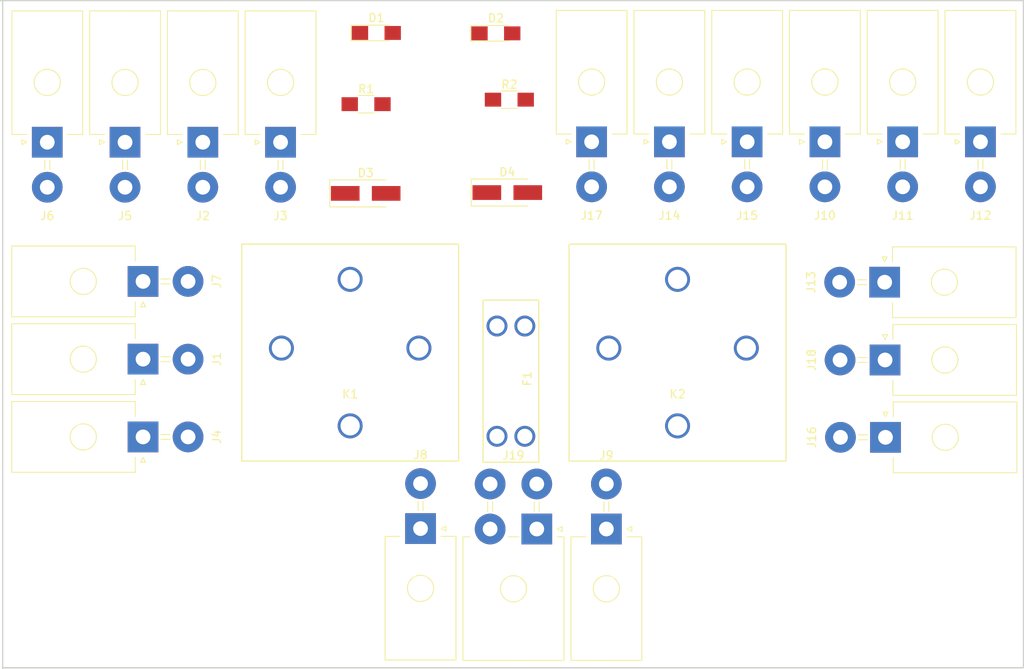
<source format=kicad_pcb>
(kicad_pcb (version 4) (host pcbnew 4.0.7)

  (general
    (links 55)
    (no_connects 55)
    (area 117.924999 63.924999 243.025001 145.675001)
    (thickness 1.6)
    (drawings 9)
    (tracks 0)
    (zones 0)
    (modules 28)
    (nets 10)
  )

  (page A4)
  (layers
    (0 F.Cu signal)
    (31 B.Cu signal)
    (32 B.Adhes user)
    (33 F.Adhes user)
    (34 B.Paste user)
    (35 F.Paste user)
    (36 B.SilkS user)
    (37 F.SilkS user)
    (38 B.Mask user)
    (39 F.Mask user)
    (40 Dwgs.User user)
    (41 Cmts.User user)
    (42 Eco1.User user)
    (43 Eco2.User user)
    (44 Edge.Cuts user)
    (45 Margin user)
    (46 B.CrtYd user)
    (47 F.CrtYd user)
    (48 B.Fab user)
    (49 F.Fab user)
  )

  (setup
    (last_trace_width 0.25)
    (trace_clearance 0.2)
    (zone_clearance 0.508)
    (zone_45_only no)
    (trace_min 0.2)
    (segment_width 0.2)
    (edge_width 0.15)
    (via_size 0.6)
    (via_drill 0.4)
    (via_min_size 0.4)
    (via_min_drill 0.3)
    (uvia_size 0.3)
    (uvia_drill 0.1)
    (uvias_allowed no)
    (uvia_min_size 0.2)
    (uvia_min_drill 0.1)
    (pcb_text_width 0.3)
    (pcb_text_size 1.5 1.5)
    (mod_edge_width 0.15)
    (mod_text_size 1 1)
    (mod_text_width 0.15)
    (pad_size 1.524 1.524)
    (pad_drill 0.762)
    (pad_to_mask_clearance 0.2)
    (aux_axis_origin 0 0)
    (visible_elements FFFFFF7F)
    (pcbplotparams
      (layerselection 0x00030_80000001)
      (usegerberextensions false)
      (excludeedgelayer true)
      (linewidth 0.100000)
      (plotframeref false)
      (viasonmask false)
      (mode 1)
      (useauxorigin false)
      (hpglpennumber 1)
      (hpglpenspeed 20)
      (hpglpendiameter 15)
      (hpglpenoverlay 2)
      (psnegative false)
      (psa4output false)
      (plotreference true)
      (plotvalue true)
      (plotinvisibletext false)
      (padsonsilk false)
      (subtractmaskfromsilk false)
      (outputformat 1)
      (mirror false)
      (drillshape 1)
      (scaleselection 1)
      (outputdirectory ""))
  )

  (net 0 "")
  (net 1 GND)
  (net 2 "Net-(D1-Pad2)")
  (net 3 "Net-(D2-Pad2)")
  (net 4 "Net-(D3-Pad1)")
  (net 5 "Net-(D4-Pad1)")
  (net 6 "Net-(F1-Pad1)")
  (net 7 /Batman)
  (net 8 /EBM)
  (net 9 /JM)

  (net_class Default "This is the default net class."
    (clearance 0.2)
    (trace_width 0.25)
    (via_dia 0.6)
    (via_drill 0.4)
    (uvia_dia 0.3)
    (uvia_drill 0.1)
    (add_net /Batman)
    (add_net /EBM)
    (add_net /JM)
    (add_net GND)
    (add_net "Net-(D1-Pad2)")
    (add_net "Net-(D2-Pad2)")
    (add_net "Net-(D3-Pad1)")
    (add_net "Net-(D4-Pad1)")
    (add_net "Net-(F1-Pad1)")
  )

  (module LEDs:LED_1206_HandSoldering (layer F.Cu) (tedit 595FC724) (tstamp 5A08B8FF)
    (at 163.9 67.95)
    (descr "LED SMD 1206, hand soldering")
    (tags "LED 1206")
    (path /59F3A324)
    (attr smd)
    (fp_text reference D1 (at 0 -1.85) (layer F.SilkS)
      (effects (font (size 1 1) (thickness 0.15)))
    )
    (fp_text value "Main PWR LED" (at 0 1.9) (layer F.Fab)
      (effects (font (size 1 1) (thickness 0.15)))
    )
    (fp_line (start -3.1 -0.95) (end -3.1 0.95) (layer F.SilkS) (width 0.12))
    (fp_line (start -0.4 0) (end 0.2 -0.4) (layer F.Fab) (width 0.1))
    (fp_line (start 0.2 -0.4) (end 0.2 0.4) (layer F.Fab) (width 0.1))
    (fp_line (start 0.2 0.4) (end -0.4 0) (layer F.Fab) (width 0.1))
    (fp_line (start -0.45 -0.4) (end -0.45 0.4) (layer F.Fab) (width 0.1))
    (fp_line (start -1.6 0.8) (end -1.6 -0.8) (layer F.Fab) (width 0.1))
    (fp_line (start 1.6 0.8) (end -1.6 0.8) (layer F.Fab) (width 0.1))
    (fp_line (start 1.6 -0.8) (end 1.6 0.8) (layer F.Fab) (width 0.1))
    (fp_line (start -1.6 -0.8) (end 1.6 -0.8) (layer F.Fab) (width 0.1))
    (fp_line (start -3.1 0.95) (end 1.6 0.95) (layer F.SilkS) (width 0.12))
    (fp_line (start -3.1 -0.95) (end 1.6 -0.95) (layer F.SilkS) (width 0.12))
    (fp_line (start -3.25 -1.11) (end 3.25 -1.11) (layer F.CrtYd) (width 0.05))
    (fp_line (start -3.25 -1.11) (end -3.25 1.1) (layer F.CrtYd) (width 0.05))
    (fp_line (start 3.25 1.1) (end 3.25 -1.11) (layer F.CrtYd) (width 0.05))
    (fp_line (start 3.25 1.1) (end -3.25 1.1) (layer F.CrtYd) (width 0.05))
    (pad 1 smd rect (at -2 0) (size 2 1.7) (layers F.Cu F.Paste F.Mask)
      (net 1 GND))
    (pad 2 smd rect (at 2 0) (size 2 1.7) (layers F.Cu F.Paste F.Mask)
      (net 2 "Net-(D1-Pad2)"))
    (model ${KISYS3DMOD}/LEDs.3dshapes/LED_1206.wrl
      (at (xyz 0 0 0))
      (scale (xyz 1 1 1))
      (rotate (xyz 0 0 180))
    )
  )

  (module LEDs:LED_1206_HandSoldering (layer F.Cu) (tedit 595FC724) (tstamp 5A08B914)
    (at 178.5 68)
    (descr "LED SMD 1206, hand soldering")
    (tags "LED 1206")
    (path /59F3A385)
    (attr smd)
    (fp_text reference D2 (at 0 -1.85) (layer F.SilkS)
      (effects (font (size 1 1) (thickness 0.15)))
    )
    (fp_text value "Second PWR LED" (at 0 1.9) (layer F.Fab)
      (effects (font (size 1 1) (thickness 0.15)))
    )
    (fp_line (start -3.1 -0.95) (end -3.1 0.95) (layer F.SilkS) (width 0.12))
    (fp_line (start -0.4 0) (end 0.2 -0.4) (layer F.Fab) (width 0.1))
    (fp_line (start 0.2 -0.4) (end 0.2 0.4) (layer F.Fab) (width 0.1))
    (fp_line (start 0.2 0.4) (end -0.4 0) (layer F.Fab) (width 0.1))
    (fp_line (start -0.45 -0.4) (end -0.45 0.4) (layer F.Fab) (width 0.1))
    (fp_line (start -1.6 0.8) (end -1.6 -0.8) (layer F.Fab) (width 0.1))
    (fp_line (start 1.6 0.8) (end -1.6 0.8) (layer F.Fab) (width 0.1))
    (fp_line (start 1.6 -0.8) (end 1.6 0.8) (layer F.Fab) (width 0.1))
    (fp_line (start -1.6 -0.8) (end 1.6 -0.8) (layer F.Fab) (width 0.1))
    (fp_line (start -3.1 0.95) (end 1.6 0.95) (layer F.SilkS) (width 0.12))
    (fp_line (start -3.1 -0.95) (end 1.6 -0.95) (layer F.SilkS) (width 0.12))
    (fp_line (start -3.25 -1.11) (end 3.25 -1.11) (layer F.CrtYd) (width 0.05))
    (fp_line (start -3.25 -1.11) (end -3.25 1.1) (layer F.CrtYd) (width 0.05))
    (fp_line (start 3.25 1.1) (end 3.25 -1.11) (layer F.CrtYd) (width 0.05))
    (fp_line (start 3.25 1.1) (end -3.25 1.1) (layer F.CrtYd) (width 0.05))
    (pad 1 smd rect (at -2 0) (size 2 1.7) (layers F.Cu F.Paste F.Mask)
      (net 1 GND))
    (pad 2 smd rect (at 2 0) (size 2 1.7) (layers F.Cu F.Paste F.Mask)
      (net 3 "Net-(D2-Pad2)"))
    (model ${KISYS3DMOD}/LEDs.3dshapes/LED_1206.wrl
      (at (xyz 0 0 0))
      (scale (xyz 1 1 1))
      (rotate (xyz 0 0 180))
    )
  )

  (module Diodes_SMD:D_SMA_Handsoldering (layer F.Cu) (tedit 58643398) (tstamp 5A08B92C)
    (at 162.6 87.55)
    (descr "Diode SMA (DO-214AC) Handsoldering")
    (tags "Diode SMA (DO-214AC) Handsoldering")
    (path /5A054570)
    (attr smd)
    (fp_text reference D3 (at 0 -2.5) (layer F.SilkS)
      (effects (font (size 1 1) (thickness 0.15)))
    )
    (fp_text value D (at 0 2.6) (layer F.Fab)
      (effects (font (size 1 1) (thickness 0.15)))
    )
    (fp_text user %R (at 0 -2.5) (layer F.Fab)
      (effects (font (size 1 1) (thickness 0.15)))
    )
    (fp_line (start -4.4 -1.65) (end -4.4 1.65) (layer F.SilkS) (width 0.12))
    (fp_line (start 2.3 1.5) (end -2.3 1.5) (layer F.Fab) (width 0.1))
    (fp_line (start -2.3 1.5) (end -2.3 -1.5) (layer F.Fab) (width 0.1))
    (fp_line (start 2.3 -1.5) (end 2.3 1.5) (layer F.Fab) (width 0.1))
    (fp_line (start 2.3 -1.5) (end -2.3 -1.5) (layer F.Fab) (width 0.1))
    (fp_line (start -4.5 -1.75) (end 4.5 -1.75) (layer F.CrtYd) (width 0.05))
    (fp_line (start 4.5 -1.75) (end 4.5 1.75) (layer F.CrtYd) (width 0.05))
    (fp_line (start 4.5 1.75) (end -4.5 1.75) (layer F.CrtYd) (width 0.05))
    (fp_line (start -4.5 1.75) (end -4.5 -1.75) (layer F.CrtYd) (width 0.05))
    (fp_line (start -0.64944 0.00102) (end -1.55114 0.00102) (layer F.Fab) (width 0.1))
    (fp_line (start 0.50118 0.00102) (end 1.4994 0.00102) (layer F.Fab) (width 0.1))
    (fp_line (start -0.64944 -0.79908) (end -0.64944 0.80112) (layer F.Fab) (width 0.1))
    (fp_line (start 0.50118 0.75032) (end 0.50118 -0.79908) (layer F.Fab) (width 0.1))
    (fp_line (start -0.64944 0.00102) (end 0.50118 0.75032) (layer F.Fab) (width 0.1))
    (fp_line (start -0.64944 0.00102) (end 0.50118 -0.79908) (layer F.Fab) (width 0.1))
    (fp_line (start -4.4 1.65) (end 2.5 1.65) (layer F.SilkS) (width 0.12))
    (fp_line (start -4.4 -1.65) (end 2.5 -1.65) (layer F.SilkS) (width 0.12))
    (pad 1 smd rect (at -2.5 0) (size 3.5 1.8) (layers F.Cu F.Paste F.Mask)
      (net 4 "Net-(D3-Pad1)"))
    (pad 2 smd rect (at 2.5 0) (size 3.5 1.8) (layers F.Cu F.Paste F.Mask)
      (net 1 GND))
    (model ${KISYS3DMOD}/Diodes_SMD.3dshapes/D_SMA.wrl
      (at (xyz 0 0 0))
      (scale (xyz 1 1 1))
      (rotate (xyz 0 0 0))
    )
  )

  (module Diodes_SMD:D_SMA_Handsoldering (layer F.Cu) (tedit 58643398) (tstamp 5A08B944)
    (at 179.9 87.45)
    (descr "Diode SMA (DO-214AC) Handsoldering")
    (tags "Diode SMA (DO-214AC) Handsoldering")
    (path /5A0545D7)
    (attr smd)
    (fp_text reference D4 (at 0 -2.5) (layer F.SilkS)
      (effects (font (size 1 1) (thickness 0.15)))
    )
    (fp_text value D (at 0 2.6) (layer F.Fab)
      (effects (font (size 1 1) (thickness 0.15)))
    )
    (fp_text user %R (at 0 -2.5) (layer F.Fab)
      (effects (font (size 1 1) (thickness 0.15)))
    )
    (fp_line (start -4.4 -1.65) (end -4.4 1.65) (layer F.SilkS) (width 0.12))
    (fp_line (start 2.3 1.5) (end -2.3 1.5) (layer F.Fab) (width 0.1))
    (fp_line (start -2.3 1.5) (end -2.3 -1.5) (layer F.Fab) (width 0.1))
    (fp_line (start 2.3 -1.5) (end 2.3 1.5) (layer F.Fab) (width 0.1))
    (fp_line (start 2.3 -1.5) (end -2.3 -1.5) (layer F.Fab) (width 0.1))
    (fp_line (start -4.5 -1.75) (end 4.5 -1.75) (layer F.CrtYd) (width 0.05))
    (fp_line (start 4.5 -1.75) (end 4.5 1.75) (layer F.CrtYd) (width 0.05))
    (fp_line (start 4.5 1.75) (end -4.5 1.75) (layer F.CrtYd) (width 0.05))
    (fp_line (start -4.5 1.75) (end -4.5 -1.75) (layer F.CrtYd) (width 0.05))
    (fp_line (start -0.64944 0.00102) (end -1.55114 0.00102) (layer F.Fab) (width 0.1))
    (fp_line (start 0.50118 0.00102) (end 1.4994 0.00102) (layer F.Fab) (width 0.1))
    (fp_line (start -0.64944 -0.79908) (end -0.64944 0.80112) (layer F.Fab) (width 0.1))
    (fp_line (start 0.50118 0.75032) (end 0.50118 -0.79908) (layer F.Fab) (width 0.1))
    (fp_line (start -0.64944 0.00102) (end 0.50118 0.75032) (layer F.Fab) (width 0.1))
    (fp_line (start -0.64944 0.00102) (end 0.50118 -0.79908) (layer F.Fab) (width 0.1))
    (fp_line (start -4.4 1.65) (end 2.5 1.65) (layer F.SilkS) (width 0.12))
    (fp_line (start -4.4 -1.65) (end 2.5 -1.65) (layer F.SilkS) (width 0.12))
    (pad 1 smd rect (at -2.5 0) (size 3.5 1.8) (layers F.Cu F.Paste F.Mask)
      (net 5 "Net-(D4-Pad1)"))
    (pad 2 smd rect (at 2.5 0) (size 3.5 1.8) (layers F.Cu F.Paste F.Mask)
      (net 1 GND))
    (model ${KISYS3DMOD}/Diodes_SMD.3dshapes/D_SMA.wrl
      (at (xyz 0 0 0))
      (scale (xyz 1 1 1))
      (rotate (xyz 0 0 0))
    )
  )

  (module PDB17:ATC_Fuse_Holder (layer F.Cu) (tedit 5A053E5A) (tstamp 5A08B950)
    (at 180.34 110.49 90)
    (path /59F39A48)
    (fp_text reference F1 (at 0.3 2 90) (layer F.SilkS)
      (effects (font (size 1 1) (thickness 0.15)))
    )
    (fp_text value Fuse (at -0.1 -4.6 90) (layer F.Fab)
      (effects (font (size 1 1) (thickness 0.15)))
    )
    (fp_line (start -9.9 -3.4) (end 9.9 -3.4) (layer F.SilkS) (width 0.15))
    (fp_line (start 9.9 -3.4) (end 9.9 3.4) (layer F.SilkS) (width 0.15))
    (fp_line (start 9.9 3.4) (end -9.9 3.4) (layer F.SilkS) (width 0.15))
    (fp_line (start -9.9 3.4) (end -9.9 -3.4) (layer F.SilkS) (width 0.15))
    (pad 1 thru_hole circle (at -6.735 -1.7 90) (size 2.55 2.55) (drill 1.85) (layers *.Cu *.Mask)
      (net 6 "Net-(F1-Pad1)"))
    (pad 1 thru_hole circle (at -6.735 1.7 90) (size 2.55 2.55) (drill 1.85) (layers *.Cu *.Mask)
      (net 6 "Net-(F1-Pad1)"))
    (pad 2 thru_hole circle (at 6.735 1.7 90) (size 2.55 2.55) (drill 1.85) (layers *.Cu *.Mask)
      (net 7 /Batman))
    (pad 2 thru_hole circle (at 6.738 -1.7 90) (size 2.55 2.55) (drill 1.85) (layers *.Cu *.Mask)
      (net 7 /Batman))
  )

  (module Connectors_Molex:Molex_MegaFit_2x01x5.70mm_Angled (layer F.Cu) (tedit 58A287C1) (tstamp 5A08B96F)
    (at 135.4 107.8 90)
    (descr "Molex MegaFit, dual row, side entry type, through hole")
    (tags "connector molex mega-fit 76825-0002 172064-0002 172064-1002")
    (path /59F3DD72)
    (fp_text reference J1 (at 0 9 90) (layer F.SilkS)
      (effects (font (size 1 1) (thickness 0.15)))
    )
    (fp_text value "Main Computer (Jetson)" (at 0 10.5 90) (layer F.Fab)
      (effects (font (size 1 1) (thickness 0.15)))
    )
    (fp_circle (center 0 -7.3) (end 1.6 -7.3) (layer F.SilkS) (width 0.12))
    (fp_line (start -4.175 -15.9) (end -4.175 -1.1) (layer F.Fab) (width 0.1))
    (fp_line (start -4.175 -1.1) (end 4.175 -1.1) (layer F.Fab) (width 0.1))
    (fp_line (start 4.175 -1.1) (end 4.175 -15.9) (layer F.Fab) (width 0.1))
    (fp_line (start 4.175 -15.9) (end -4.175 -15.9) (layer F.Fab) (width 0.1))
    (fp_line (start 0 -16.05) (end -4.325 -16.05) (layer F.SilkS) (width 0.12))
    (fp_line (start -4.325 -16.05) (end -4.325 -0.95) (layer F.SilkS) (width 0.12))
    (fp_line (start -4.325 -0.95) (end -2.5 -0.95) (layer F.SilkS) (width 0.12))
    (fp_line (start 0 -16.05) (end 4.325 -16.05) (layer F.SilkS) (width 0.12))
    (fp_line (start 4.325 -16.05) (end 4.325 -0.95) (layer F.SilkS) (width 0.12))
    (fp_line (start 4.325 -0.95) (end 2.5 -0.95) (layer F.SilkS) (width 0.12))
    (fp_line (start -0.3 2.175) (end -0.3 3.325) (layer F.SilkS) (width 0.12))
    (fp_line (start 0.3 2.175) (end 0.3 3.325) (layer F.SilkS) (width 0.12))
    (fp_line (start -2.5 0) (end -3.1 0.3) (layer F.SilkS) (width 0.12))
    (fp_line (start -3.1 0.3) (end -3.1 -0.3) (layer F.SilkS) (width 0.12))
    (fp_line (start -3.1 -0.3) (end -2.5 0) (layer F.SilkS) (width 0.12))
    (fp_line (start -2.5 0) (end -3.1 0.3) (layer F.Fab) (width 0.1))
    (fp_line (start -3.1 0.3) (end -3.1 -0.3) (layer F.Fab) (width 0.1))
    (fp_line (start -3.1 -0.3) (end -2.5 0) (layer F.Fab) (width 0.1))
    (fp_line (start -4.65 -16.35) (end -4.65 7.85) (layer F.CrtYd) (width 0.05))
    (fp_line (start -4.65 7.85) (end 4.65 7.85) (layer F.CrtYd) (width 0.05))
    (fp_line (start 4.65 7.85) (end 4.65 -16.35) (layer F.CrtYd) (width 0.05))
    (fp_line (start 4.65 -16.35) (end -4.65 -16.35) (layer F.CrtYd) (width 0.05))
    (fp_text user %R (at 0 -11 90) (layer F.Fab)
      (effects (font (size 1 1) (thickness 0.15)))
    )
    (pad 1 thru_hole rect (at 0 0 90) (size 3.75 3.75) (drill 1.8) (layers *.Cu *.Mask)
      (net 8 /EBM))
    (pad 2 thru_hole circle (at 0 5.5 90) (size 3.75 3.75) (drill 1.8) (layers *.Cu *.Mask)
      (net 1 GND))
    (pad "" np_thru_hole circle (at 0 -7.3 90) (size 3 3) (drill 3) (layers *.Cu *.Mask))
    (model ${KISYS3DMOD}/Connectors_Molex.3dshapes/Molex_MegaFit_2x01x5.70mm_Angled.wrl
      (at (xyz 0 0 0))
      (scale (xyz 1 1 1))
      (rotate (xyz 0 0 0))
    )
  )

  (module Connectors_Molex:Molex_MegaFit_2x01x5.70mm_Angled (layer F.Cu) (tedit 58A287C1) (tstamp 5A08B98E)
    (at 142.7 81.3)
    (descr "Molex MegaFit, dual row, side entry type, through hole")
    (tags "connector molex mega-fit 76825-0002 172064-0002 172064-1002")
    (path /59F3DF19)
    (fp_text reference J2 (at 0 9) (layer F.SilkS)
      (effects (font (size 1 1) (thickness 0.15)))
    )
    (fp_text value IMU (at 0 10.5) (layer F.Fab)
      (effects (font (size 1 1) (thickness 0.15)))
    )
    (fp_circle (center 0 -7.3) (end 1.6 -7.3) (layer F.SilkS) (width 0.12))
    (fp_line (start -4.175 -15.9) (end -4.175 -1.1) (layer F.Fab) (width 0.1))
    (fp_line (start -4.175 -1.1) (end 4.175 -1.1) (layer F.Fab) (width 0.1))
    (fp_line (start 4.175 -1.1) (end 4.175 -15.9) (layer F.Fab) (width 0.1))
    (fp_line (start 4.175 -15.9) (end -4.175 -15.9) (layer F.Fab) (width 0.1))
    (fp_line (start 0 -16.05) (end -4.325 -16.05) (layer F.SilkS) (width 0.12))
    (fp_line (start -4.325 -16.05) (end -4.325 -0.95) (layer F.SilkS) (width 0.12))
    (fp_line (start -4.325 -0.95) (end -2.5 -0.95) (layer F.SilkS) (width 0.12))
    (fp_line (start 0 -16.05) (end 4.325 -16.05) (layer F.SilkS) (width 0.12))
    (fp_line (start 4.325 -16.05) (end 4.325 -0.95) (layer F.SilkS) (width 0.12))
    (fp_line (start 4.325 -0.95) (end 2.5 -0.95) (layer F.SilkS) (width 0.12))
    (fp_line (start -0.3 2.175) (end -0.3 3.325) (layer F.SilkS) (width 0.12))
    (fp_line (start 0.3 2.175) (end 0.3 3.325) (layer F.SilkS) (width 0.12))
    (fp_line (start -2.5 0) (end -3.1 0.3) (layer F.SilkS) (width 0.12))
    (fp_line (start -3.1 0.3) (end -3.1 -0.3) (layer F.SilkS) (width 0.12))
    (fp_line (start -3.1 -0.3) (end -2.5 0) (layer F.SilkS) (width 0.12))
    (fp_line (start -2.5 0) (end -3.1 0.3) (layer F.Fab) (width 0.1))
    (fp_line (start -3.1 0.3) (end -3.1 -0.3) (layer F.Fab) (width 0.1))
    (fp_line (start -3.1 -0.3) (end -2.5 0) (layer F.Fab) (width 0.1))
    (fp_line (start -4.65 -16.35) (end -4.65 7.85) (layer F.CrtYd) (width 0.05))
    (fp_line (start -4.65 7.85) (end 4.65 7.85) (layer F.CrtYd) (width 0.05))
    (fp_line (start 4.65 7.85) (end 4.65 -16.35) (layer F.CrtYd) (width 0.05))
    (fp_line (start 4.65 -16.35) (end -4.65 -16.35) (layer F.CrtYd) (width 0.05))
    (fp_text user %R (at 0 -11) (layer F.Fab)
      (effects (font (size 1 1) (thickness 0.15)))
    )
    (pad 1 thru_hole rect (at 0 0) (size 3.75 3.75) (drill 1.8) (layers *.Cu *.Mask)
      (net 8 /EBM))
    (pad 2 thru_hole circle (at 0 5.5) (size 3.75 3.75) (drill 1.8) (layers *.Cu *.Mask)
      (net 1 GND))
    (pad "" np_thru_hole circle (at 0 -7.3) (size 3 3) (drill 3) (layers *.Cu *.Mask))
    (model ${KISYS3DMOD}/Connectors_Molex.3dshapes/Molex_MegaFit_2x01x5.70mm_Angled.wrl
      (at (xyz 0 0 0))
      (scale (xyz 1 1 1))
      (rotate (xyz 0 0 0))
    )
  )

  (module Connectors_Molex:Molex_MegaFit_2x01x5.70mm_Angled (layer F.Cu) (tedit 58A287C1) (tstamp 5A08B9AD)
    (at 152.2 81.3)
    (descr "Molex MegaFit, dual row, side entry type, through hole")
    (tags "connector molex mega-fit 76825-0002 172064-0002 172064-1002")
    (path /59F7D9B4)
    (fp_text reference J3 (at 0 9) (layer F.SilkS)
      (effects (font (size 1 1) (thickness 0.15)))
    )
    (fp_text value Localization (at 0 10.5) (layer F.Fab)
      (effects (font (size 1 1) (thickness 0.15)))
    )
    (fp_circle (center 0 -7.3) (end 1.6 -7.3) (layer F.SilkS) (width 0.12))
    (fp_line (start -4.175 -15.9) (end -4.175 -1.1) (layer F.Fab) (width 0.1))
    (fp_line (start -4.175 -1.1) (end 4.175 -1.1) (layer F.Fab) (width 0.1))
    (fp_line (start 4.175 -1.1) (end 4.175 -15.9) (layer F.Fab) (width 0.1))
    (fp_line (start 4.175 -15.9) (end -4.175 -15.9) (layer F.Fab) (width 0.1))
    (fp_line (start 0 -16.05) (end -4.325 -16.05) (layer F.SilkS) (width 0.12))
    (fp_line (start -4.325 -16.05) (end -4.325 -0.95) (layer F.SilkS) (width 0.12))
    (fp_line (start -4.325 -0.95) (end -2.5 -0.95) (layer F.SilkS) (width 0.12))
    (fp_line (start 0 -16.05) (end 4.325 -16.05) (layer F.SilkS) (width 0.12))
    (fp_line (start 4.325 -16.05) (end 4.325 -0.95) (layer F.SilkS) (width 0.12))
    (fp_line (start 4.325 -0.95) (end 2.5 -0.95) (layer F.SilkS) (width 0.12))
    (fp_line (start -0.3 2.175) (end -0.3 3.325) (layer F.SilkS) (width 0.12))
    (fp_line (start 0.3 2.175) (end 0.3 3.325) (layer F.SilkS) (width 0.12))
    (fp_line (start -2.5 0) (end -3.1 0.3) (layer F.SilkS) (width 0.12))
    (fp_line (start -3.1 0.3) (end -3.1 -0.3) (layer F.SilkS) (width 0.12))
    (fp_line (start -3.1 -0.3) (end -2.5 0) (layer F.SilkS) (width 0.12))
    (fp_line (start -2.5 0) (end -3.1 0.3) (layer F.Fab) (width 0.1))
    (fp_line (start -3.1 0.3) (end -3.1 -0.3) (layer F.Fab) (width 0.1))
    (fp_line (start -3.1 -0.3) (end -2.5 0) (layer F.Fab) (width 0.1))
    (fp_line (start -4.65 -16.35) (end -4.65 7.85) (layer F.CrtYd) (width 0.05))
    (fp_line (start -4.65 7.85) (end 4.65 7.85) (layer F.CrtYd) (width 0.05))
    (fp_line (start 4.65 7.85) (end 4.65 -16.35) (layer F.CrtYd) (width 0.05))
    (fp_line (start 4.65 -16.35) (end -4.65 -16.35) (layer F.CrtYd) (width 0.05))
    (fp_text user %R (at 0 -11) (layer F.Fab)
      (effects (font (size 1 1) (thickness 0.15)))
    )
    (pad 1 thru_hole rect (at 0 0) (size 3.75 3.75) (drill 1.8) (layers *.Cu *.Mask)
      (net 8 /EBM))
    (pad 2 thru_hole circle (at 0 5.5) (size 3.75 3.75) (drill 1.8) (layers *.Cu *.Mask)
      (net 1 GND))
    (pad "" np_thru_hole circle (at 0 -7.3) (size 3 3) (drill 3) (layers *.Cu *.Mask))
    (model ${KISYS3DMOD}/Connectors_Molex.3dshapes/Molex_MegaFit_2x01x5.70mm_Angled.wrl
      (at (xyz 0 0 0))
      (scale (xyz 1 1 1))
      (rotate (xyz 0 0 0))
    )
  )

  (module Connectors_Molex:Molex_MegaFit_2x01x5.70mm_Angled (layer F.Cu) (tedit 58A287C1) (tstamp 5A08B9CC)
    (at 135.4 117.3 90)
    (descr "Molex MegaFit, dual row, side entry type, through hole")
    (tags "connector molex mega-fit 76825-0002 172064-0002 172064-1002")
    (path /59F3DEBC)
    (fp_text reference J4 (at 0 9 90) (layer F.SilkS)
      (effects (font (size 1 1) (thickness 0.15)))
    )
    (fp_text value "Second Computer" (at 0 10.5 90) (layer F.Fab)
      (effects (font (size 1 1) (thickness 0.15)))
    )
    (fp_circle (center 0 -7.3) (end 1.6 -7.3) (layer F.SilkS) (width 0.12))
    (fp_line (start -4.175 -15.9) (end -4.175 -1.1) (layer F.Fab) (width 0.1))
    (fp_line (start -4.175 -1.1) (end 4.175 -1.1) (layer F.Fab) (width 0.1))
    (fp_line (start 4.175 -1.1) (end 4.175 -15.9) (layer F.Fab) (width 0.1))
    (fp_line (start 4.175 -15.9) (end -4.175 -15.9) (layer F.Fab) (width 0.1))
    (fp_line (start 0 -16.05) (end -4.325 -16.05) (layer F.SilkS) (width 0.12))
    (fp_line (start -4.325 -16.05) (end -4.325 -0.95) (layer F.SilkS) (width 0.12))
    (fp_line (start -4.325 -0.95) (end -2.5 -0.95) (layer F.SilkS) (width 0.12))
    (fp_line (start 0 -16.05) (end 4.325 -16.05) (layer F.SilkS) (width 0.12))
    (fp_line (start 4.325 -16.05) (end 4.325 -0.95) (layer F.SilkS) (width 0.12))
    (fp_line (start 4.325 -0.95) (end 2.5 -0.95) (layer F.SilkS) (width 0.12))
    (fp_line (start -0.3 2.175) (end -0.3 3.325) (layer F.SilkS) (width 0.12))
    (fp_line (start 0.3 2.175) (end 0.3 3.325) (layer F.SilkS) (width 0.12))
    (fp_line (start -2.5 0) (end -3.1 0.3) (layer F.SilkS) (width 0.12))
    (fp_line (start -3.1 0.3) (end -3.1 -0.3) (layer F.SilkS) (width 0.12))
    (fp_line (start -3.1 -0.3) (end -2.5 0) (layer F.SilkS) (width 0.12))
    (fp_line (start -2.5 0) (end -3.1 0.3) (layer F.Fab) (width 0.1))
    (fp_line (start -3.1 0.3) (end -3.1 -0.3) (layer F.Fab) (width 0.1))
    (fp_line (start -3.1 -0.3) (end -2.5 0) (layer F.Fab) (width 0.1))
    (fp_line (start -4.65 -16.35) (end -4.65 7.85) (layer F.CrtYd) (width 0.05))
    (fp_line (start -4.65 7.85) (end 4.65 7.85) (layer F.CrtYd) (width 0.05))
    (fp_line (start 4.65 7.85) (end 4.65 -16.35) (layer F.CrtYd) (width 0.05))
    (fp_line (start 4.65 -16.35) (end -4.65 -16.35) (layer F.CrtYd) (width 0.05))
    (fp_text user %R (at 0 -11 90) (layer F.Fab)
      (effects (font (size 1 1) (thickness 0.15)))
    )
    (pad 1 thru_hole rect (at 0 0 90) (size 3.75 3.75) (drill 1.8) (layers *.Cu *.Mask)
      (net 8 /EBM))
    (pad 2 thru_hole circle (at 0 5.5 90) (size 3.75 3.75) (drill 1.8) (layers *.Cu *.Mask)
      (net 1 GND))
    (pad "" np_thru_hole circle (at 0 -7.3 90) (size 3 3) (drill 3) (layers *.Cu *.Mask))
    (model ${KISYS3DMOD}/Connectors_Molex.3dshapes/Molex_MegaFit_2x01x5.70mm_Angled.wrl
      (at (xyz 0 0 0))
      (scale (xyz 1 1 1))
      (rotate (xyz 0 0 0))
    )
  )

  (module Connectors_Molex:Molex_MegaFit_2x01x5.70mm_Angled (layer F.Cu) (tedit 58A287C1) (tstamp 5A08B9EB)
    (at 133.2 81.3)
    (descr "Molex MegaFit, dual row, side entry type, through hole")
    (tags "connector molex mega-fit 76825-0002 172064-0002 172064-1002")
    (path /59F7DE49)
    (fp_text reference J5 (at 0 9) (layer F.SilkS)
      (effects (font (size 1 1) (thickness 0.15)))
    )
    (fp_text value "Aux 1" (at 0 10.5) (layer F.Fab)
      (effects (font (size 1 1) (thickness 0.15)))
    )
    (fp_circle (center 0 -7.3) (end 1.6 -7.3) (layer F.SilkS) (width 0.12))
    (fp_line (start -4.175 -15.9) (end -4.175 -1.1) (layer F.Fab) (width 0.1))
    (fp_line (start -4.175 -1.1) (end 4.175 -1.1) (layer F.Fab) (width 0.1))
    (fp_line (start 4.175 -1.1) (end 4.175 -15.9) (layer F.Fab) (width 0.1))
    (fp_line (start 4.175 -15.9) (end -4.175 -15.9) (layer F.Fab) (width 0.1))
    (fp_line (start 0 -16.05) (end -4.325 -16.05) (layer F.SilkS) (width 0.12))
    (fp_line (start -4.325 -16.05) (end -4.325 -0.95) (layer F.SilkS) (width 0.12))
    (fp_line (start -4.325 -0.95) (end -2.5 -0.95) (layer F.SilkS) (width 0.12))
    (fp_line (start 0 -16.05) (end 4.325 -16.05) (layer F.SilkS) (width 0.12))
    (fp_line (start 4.325 -16.05) (end 4.325 -0.95) (layer F.SilkS) (width 0.12))
    (fp_line (start 4.325 -0.95) (end 2.5 -0.95) (layer F.SilkS) (width 0.12))
    (fp_line (start -0.3 2.175) (end -0.3 3.325) (layer F.SilkS) (width 0.12))
    (fp_line (start 0.3 2.175) (end 0.3 3.325) (layer F.SilkS) (width 0.12))
    (fp_line (start -2.5 0) (end -3.1 0.3) (layer F.SilkS) (width 0.12))
    (fp_line (start -3.1 0.3) (end -3.1 -0.3) (layer F.SilkS) (width 0.12))
    (fp_line (start -3.1 -0.3) (end -2.5 0) (layer F.SilkS) (width 0.12))
    (fp_line (start -2.5 0) (end -3.1 0.3) (layer F.Fab) (width 0.1))
    (fp_line (start -3.1 0.3) (end -3.1 -0.3) (layer F.Fab) (width 0.1))
    (fp_line (start -3.1 -0.3) (end -2.5 0) (layer F.Fab) (width 0.1))
    (fp_line (start -4.65 -16.35) (end -4.65 7.85) (layer F.CrtYd) (width 0.05))
    (fp_line (start -4.65 7.85) (end 4.65 7.85) (layer F.CrtYd) (width 0.05))
    (fp_line (start 4.65 7.85) (end 4.65 -16.35) (layer F.CrtYd) (width 0.05))
    (fp_line (start 4.65 -16.35) (end -4.65 -16.35) (layer F.CrtYd) (width 0.05))
    (fp_text user %R (at 0 -11) (layer F.Fab)
      (effects (font (size 1 1) (thickness 0.15)))
    )
    (pad 1 thru_hole rect (at 0 0) (size 3.75 3.75) (drill 1.8) (layers *.Cu *.Mask)
      (net 8 /EBM))
    (pad 2 thru_hole circle (at 0 5.5) (size 3.75 3.75) (drill 1.8) (layers *.Cu *.Mask)
      (net 1 GND))
    (pad "" np_thru_hole circle (at 0 -7.3) (size 3 3) (drill 3) (layers *.Cu *.Mask))
    (model ${KISYS3DMOD}/Connectors_Molex.3dshapes/Molex_MegaFit_2x01x5.70mm_Angled.wrl
      (at (xyz 0 0 0))
      (scale (xyz 1 1 1))
      (rotate (xyz 0 0 0))
    )
  )

  (module Connectors_Molex:Molex_MegaFit_2x01x5.70mm_Angled (layer F.Cu) (tedit 58A287C1) (tstamp 5A08BA0A)
    (at 123.7 81.3)
    (descr "Molex MegaFit, dual row, side entry type, through hole")
    (tags "connector molex mega-fit 76825-0002 172064-0002 172064-1002")
    (path /59F7DE5D)
    (fp_text reference J6 (at 0 9) (layer F.SilkS)
      (effects (font (size 1 1) (thickness 0.15)))
    )
    (fp_text value "Aux 2" (at 0 10.5) (layer F.Fab)
      (effects (font (size 1 1) (thickness 0.15)))
    )
    (fp_circle (center 0 -7.3) (end 1.6 -7.3) (layer F.SilkS) (width 0.12))
    (fp_line (start -4.175 -15.9) (end -4.175 -1.1) (layer F.Fab) (width 0.1))
    (fp_line (start -4.175 -1.1) (end 4.175 -1.1) (layer F.Fab) (width 0.1))
    (fp_line (start 4.175 -1.1) (end 4.175 -15.9) (layer F.Fab) (width 0.1))
    (fp_line (start 4.175 -15.9) (end -4.175 -15.9) (layer F.Fab) (width 0.1))
    (fp_line (start 0 -16.05) (end -4.325 -16.05) (layer F.SilkS) (width 0.12))
    (fp_line (start -4.325 -16.05) (end -4.325 -0.95) (layer F.SilkS) (width 0.12))
    (fp_line (start -4.325 -0.95) (end -2.5 -0.95) (layer F.SilkS) (width 0.12))
    (fp_line (start 0 -16.05) (end 4.325 -16.05) (layer F.SilkS) (width 0.12))
    (fp_line (start 4.325 -16.05) (end 4.325 -0.95) (layer F.SilkS) (width 0.12))
    (fp_line (start 4.325 -0.95) (end 2.5 -0.95) (layer F.SilkS) (width 0.12))
    (fp_line (start -0.3 2.175) (end -0.3 3.325) (layer F.SilkS) (width 0.12))
    (fp_line (start 0.3 2.175) (end 0.3 3.325) (layer F.SilkS) (width 0.12))
    (fp_line (start -2.5 0) (end -3.1 0.3) (layer F.SilkS) (width 0.12))
    (fp_line (start -3.1 0.3) (end -3.1 -0.3) (layer F.SilkS) (width 0.12))
    (fp_line (start -3.1 -0.3) (end -2.5 0) (layer F.SilkS) (width 0.12))
    (fp_line (start -2.5 0) (end -3.1 0.3) (layer F.Fab) (width 0.1))
    (fp_line (start -3.1 0.3) (end -3.1 -0.3) (layer F.Fab) (width 0.1))
    (fp_line (start -3.1 -0.3) (end -2.5 0) (layer F.Fab) (width 0.1))
    (fp_line (start -4.65 -16.35) (end -4.65 7.85) (layer F.CrtYd) (width 0.05))
    (fp_line (start -4.65 7.85) (end 4.65 7.85) (layer F.CrtYd) (width 0.05))
    (fp_line (start 4.65 7.85) (end 4.65 -16.35) (layer F.CrtYd) (width 0.05))
    (fp_line (start 4.65 -16.35) (end -4.65 -16.35) (layer F.CrtYd) (width 0.05))
    (fp_text user %R (at 0 -11) (layer F.Fab)
      (effects (font (size 1 1) (thickness 0.15)))
    )
    (pad 1 thru_hole rect (at 0 0) (size 3.75 3.75) (drill 1.8) (layers *.Cu *.Mask)
      (net 8 /EBM))
    (pad 2 thru_hole circle (at 0 5.5) (size 3.75 3.75) (drill 1.8) (layers *.Cu *.Mask)
      (net 1 GND))
    (pad "" np_thru_hole circle (at 0 -7.3) (size 3 3) (drill 3) (layers *.Cu *.Mask))
    (model ${KISYS3DMOD}/Connectors_Molex.3dshapes/Molex_MegaFit_2x01x5.70mm_Angled.wrl
      (at (xyz 0 0 0))
      (scale (xyz 1 1 1))
      (rotate (xyz 0 0 0))
    )
  )

  (module Connectors_Molex:Molex_MegaFit_2x01x5.70mm_Angled (layer F.Cu) (tedit 58A287C1) (tstamp 5A08BA29)
    (at 135.4 98.3 90)
    (descr "Molex MegaFit, dual row, side entry type, through hole")
    (tags "connector molex mega-fit 76825-0002 172064-0002 172064-1002")
    (path /59F7DE67)
    (fp_text reference J7 (at 0 9 90) (layer F.SilkS)
      (effects (font (size 1 1) (thickness 0.15)))
    )
    (fp_text value "Aux 3" (at 0 10.5 90) (layer F.Fab)
      (effects (font (size 1 1) (thickness 0.15)))
    )
    (fp_circle (center 0 -7.3) (end 1.6 -7.3) (layer F.SilkS) (width 0.12))
    (fp_line (start -4.175 -15.9) (end -4.175 -1.1) (layer F.Fab) (width 0.1))
    (fp_line (start -4.175 -1.1) (end 4.175 -1.1) (layer F.Fab) (width 0.1))
    (fp_line (start 4.175 -1.1) (end 4.175 -15.9) (layer F.Fab) (width 0.1))
    (fp_line (start 4.175 -15.9) (end -4.175 -15.9) (layer F.Fab) (width 0.1))
    (fp_line (start 0 -16.05) (end -4.325 -16.05) (layer F.SilkS) (width 0.12))
    (fp_line (start -4.325 -16.05) (end -4.325 -0.95) (layer F.SilkS) (width 0.12))
    (fp_line (start -4.325 -0.95) (end -2.5 -0.95) (layer F.SilkS) (width 0.12))
    (fp_line (start 0 -16.05) (end 4.325 -16.05) (layer F.SilkS) (width 0.12))
    (fp_line (start 4.325 -16.05) (end 4.325 -0.95) (layer F.SilkS) (width 0.12))
    (fp_line (start 4.325 -0.95) (end 2.5 -0.95) (layer F.SilkS) (width 0.12))
    (fp_line (start -0.3 2.175) (end -0.3 3.325) (layer F.SilkS) (width 0.12))
    (fp_line (start 0.3 2.175) (end 0.3 3.325) (layer F.SilkS) (width 0.12))
    (fp_line (start -2.5 0) (end -3.1 0.3) (layer F.SilkS) (width 0.12))
    (fp_line (start -3.1 0.3) (end -3.1 -0.3) (layer F.SilkS) (width 0.12))
    (fp_line (start -3.1 -0.3) (end -2.5 0) (layer F.SilkS) (width 0.12))
    (fp_line (start -2.5 0) (end -3.1 0.3) (layer F.Fab) (width 0.1))
    (fp_line (start -3.1 0.3) (end -3.1 -0.3) (layer F.Fab) (width 0.1))
    (fp_line (start -3.1 -0.3) (end -2.5 0) (layer F.Fab) (width 0.1))
    (fp_line (start -4.65 -16.35) (end -4.65 7.85) (layer F.CrtYd) (width 0.05))
    (fp_line (start -4.65 7.85) (end 4.65 7.85) (layer F.CrtYd) (width 0.05))
    (fp_line (start 4.65 7.85) (end 4.65 -16.35) (layer F.CrtYd) (width 0.05))
    (fp_line (start 4.65 -16.35) (end -4.65 -16.35) (layer F.CrtYd) (width 0.05))
    (fp_text user %R (at 0 -11 90) (layer F.Fab)
      (effects (font (size 1 1) (thickness 0.15)))
    )
    (pad 1 thru_hole rect (at 0 0 90) (size 3.75 3.75) (drill 1.8) (layers *.Cu *.Mask)
      (net 8 /EBM))
    (pad 2 thru_hole circle (at 0 5.5 90) (size 3.75 3.75) (drill 1.8) (layers *.Cu *.Mask)
      (net 1 GND))
    (pad "" np_thru_hole circle (at 0 -7.3 90) (size 3 3) (drill 3) (layers *.Cu *.Mask))
    (model ${KISYS3DMOD}/Connectors_Molex.3dshapes/Molex_MegaFit_2x01x5.70mm_Angled.wrl
      (at (xyz 0 0 0))
      (scale (xyz 1 1 1))
      (rotate (xyz 0 0 0))
    )
  )

  (module Connectors_Molex:Molex_MegaFit_2x01x5.70mm_Angled (layer F.Cu) (tedit 58A287C1) (tstamp 5A08BA48)
    (at 169.3 128.5 180)
    (descr "Molex MegaFit, dual row, side entry type, through hole")
    (tags "connector molex mega-fit 76825-0002 172064-0002 172064-1002")
    (path /59ECFE2F)
    (fp_text reference J8 (at 0 9 180) (layer F.SilkS)
      (effects (font (size 1 1) (thickness 0.15)))
    )
    (fp_text value "Main Button" (at 0 10.5 180) (layer F.Fab)
      (effects (font (size 1 1) (thickness 0.15)))
    )
    (fp_circle (center 0 -7.3) (end 1.6 -7.3) (layer F.SilkS) (width 0.12))
    (fp_line (start -4.175 -15.9) (end -4.175 -1.1) (layer F.Fab) (width 0.1))
    (fp_line (start -4.175 -1.1) (end 4.175 -1.1) (layer F.Fab) (width 0.1))
    (fp_line (start 4.175 -1.1) (end 4.175 -15.9) (layer F.Fab) (width 0.1))
    (fp_line (start 4.175 -15.9) (end -4.175 -15.9) (layer F.Fab) (width 0.1))
    (fp_line (start 0 -16.05) (end -4.325 -16.05) (layer F.SilkS) (width 0.12))
    (fp_line (start -4.325 -16.05) (end -4.325 -0.95) (layer F.SilkS) (width 0.12))
    (fp_line (start -4.325 -0.95) (end -2.5 -0.95) (layer F.SilkS) (width 0.12))
    (fp_line (start 0 -16.05) (end 4.325 -16.05) (layer F.SilkS) (width 0.12))
    (fp_line (start 4.325 -16.05) (end 4.325 -0.95) (layer F.SilkS) (width 0.12))
    (fp_line (start 4.325 -0.95) (end 2.5 -0.95) (layer F.SilkS) (width 0.12))
    (fp_line (start -0.3 2.175) (end -0.3 3.325) (layer F.SilkS) (width 0.12))
    (fp_line (start 0.3 2.175) (end 0.3 3.325) (layer F.SilkS) (width 0.12))
    (fp_line (start -2.5 0) (end -3.1 0.3) (layer F.SilkS) (width 0.12))
    (fp_line (start -3.1 0.3) (end -3.1 -0.3) (layer F.SilkS) (width 0.12))
    (fp_line (start -3.1 -0.3) (end -2.5 0) (layer F.SilkS) (width 0.12))
    (fp_line (start -2.5 0) (end -3.1 0.3) (layer F.Fab) (width 0.1))
    (fp_line (start -3.1 0.3) (end -3.1 -0.3) (layer F.Fab) (width 0.1))
    (fp_line (start -3.1 -0.3) (end -2.5 0) (layer F.Fab) (width 0.1))
    (fp_line (start -4.65 -16.35) (end -4.65 7.85) (layer F.CrtYd) (width 0.05))
    (fp_line (start -4.65 7.85) (end 4.65 7.85) (layer F.CrtYd) (width 0.05))
    (fp_line (start 4.65 7.85) (end 4.65 -16.35) (layer F.CrtYd) (width 0.05))
    (fp_line (start 4.65 -16.35) (end -4.65 -16.35) (layer F.CrtYd) (width 0.05))
    (fp_text user %R (at 0 -11 180) (layer F.Fab)
      (effects (font (size 1 1) (thickness 0.15)))
    )
    (pad 1 thru_hole rect (at 0 0 180) (size 3.75 3.75) (drill 1.8) (layers *.Cu *.Mask)
      (net 4 "Net-(D3-Pad1)"))
    (pad 2 thru_hole circle (at 0 5.5 180) (size 3.75 3.75) (drill 1.8) (layers *.Cu *.Mask)
      (net 6 "Net-(F1-Pad1)"))
    (pad "" np_thru_hole circle (at 0 -7.3 180) (size 3 3) (drill 3) (layers *.Cu *.Mask))
    (model ${KISYS3DMOD}/Connectors_Molex.3dshapes/Molex_MegaFit_2x01x5.70mm_Angled.wrl
      (at (xyz 0 0 0))
      (scale (xyz 1 1 1))
      (rotate (xyz 0 0 0))
    )
  )

  (module Connectors_Molex:Molex_MegaFit_2x01x5.70mm_Angled (layer F.Cu) (tedit 58A287C1) (tstamp 5A08BA67)
    (at 192 128.55 180)
    (descr "Molex MegaFit, dual row, side entry type, through hole")
    (tags "connector molex mega-fit 76825-0002 172064-0002 172064-1002")
    (path /59F3B39B)
    (fp_text reference J9 (at 0 9 180) (layer F.SilkS)
      (effects (font (size 1 1) (thickness 0.15)))
    )
    (fp_text value "JM Button" (at 0 10.5 180) (layer F.Fab)
      (effects (font (size 1 1) (thickness 0.15)))
    )
    (fp_circle (center 0 -7.3) (end 1.6 -7.3) (layer F.SilkS) (width 0.12))
    (fp_line (start -4.175 -15.9) (end -4.175 -1.1) (layer F.Fab) (width 0.1))
    (fp_line (start -4.175 -1.1) (end 4.175 -1.1) (layer F.Fab) (width 0.1))
    (fp_line (start 4.175 -1.1) (end 4.175 -15.9) (layer F.Fab) (width 0.1))
    (fp_line (start 4.175 -15.9) (end -4.175 -15.9) (layer F.Fab) (width 0.1))
    (fp_line (start 0 -16.05) (end -4.325 -16.05) (layer F.SilkS) (width 0.12))
    (fp_line (start -4.325 -16.05) (end -4.325 -0.95) (layer F.SilkS) (width 0.12))
    (fp_line (start -4.325 -0.95) (end -2.5 -0.95) (layer F.SilkS) (width 0.12))
    (fp_line (start 0 -16.05) (end 4.325 -16.05) (layer F.SilkS) (width 0.12))
    (fp_line (start 4.325 -16.05) (end 4.325 -0.95) (layer F.SilkS) (width 0.12))
    (fp_line (start 4.325 -0.95) (end 2.5 -0.95) (layer F.SilkS) (width 0.12))
    (fp_line (start -0.3 2.175) (end -0.3 3.325) (layer F.SilkS) (width 0.12))
    (fp_line (start 0.3 2.175) (end 0.3 3.325) (layer F.SilkS) (width 0.12))
    (fp_line (start -2.5 0) (end -3.1 0.3) (layer F.SilkS) (width 0.12))
    (fp_line (start -3.1 0.3) (end -3.1 -0.3) (layer F.SilkS) (width 0.12))
    (fp_line (start -3.1 -0.3) (end -2.5 0) (layer F.SilkS) (width 0.12))
    (fp_line (start -2.5 0) (end -3.1 0.3) (layer F.Fab) (width 0.1))
    (fp_line (start -3.1 0.3) (end -3.1 -0.3) (layer F.Fab) (width 0.1))
    (fp_line (start -3.1 -0.3) (end -2.5 0) (layer F.Fab) (width 0.1))
    (fp_line (start -4.65 -16.35) (end -4.65 7.85) (layer F.CrtYd) (width 0.05))
    (fp_line (start -4.65 7.85) (end 4.65 7.85) (layer F.CrtYd) (width 0.05))
    (fp_line (start 4.65 7.85) (end 4.65 -16.35) (layer F.CrtYd) (width 0.05))
    (fp_line (start 4.65 -16.35) (end -4.65 -16.35) (layer F.CrtYd) (width 0.05))
    (fp_text user %R (at 0 -11 180) (layer F.Fab)
      (effects (font (size 1 1) (thickness 0.15)))
    )
    (pad 1 thru_hole rect (at 0 0 180) (size 3.75 3.75) (drill 1.8) (layers *.Cu *.Mask)
      (net 5 "Net-(D4-Pad1)"))
    (pad 2 thru_hole circle (at 0 5.5 180) (size 3.75 3.75) (drill 1.8) (layers *.Cu *.Mask)
      (net 8 /EBM))
    (pad "" np_thru_hole circle (at 0 -7.3 180) (size 3 3) (drill 3) (layers *.Cu *.Mask))
    (model ${KISYS3DMOD}/Connectors_Molex.3dshapes/Molex_MegaFit_2x01x5.70mm_Angled.wrl
      (at (xyz 0 0 0))
      (scale (xyz 1 1 1))
      (rotate (xyz 0 0 0))
    )
  )

  (module Connectors_Molex:Molex_MegaFit_2x01x5.70mm_Angled (layer F.Cu) (tedit 58A287C1) (tstamp 5A08BA86)
    (at 218.7 81.25)
    (descr "Molex MegaFit, dual row, side entry type, through hole")
    (tags "connector molex mega-fit 76825-0002 172064-0002 172064-1002")
    (path /59F7EA88)
    (fp_text reference J10 (at 0 9) (layer F.SilkS)
      (effects (font (size 1 1) (thickness 0.15)))
    )
    (fp_text value "Drive 1" (at 0 10.5) (layer F.Fab)
      (effects (font (size 1 1) (thickness 0.15)))
    )
    (fp_circle (center 0 -7.3) (end 1.6 -7.3) (layer F.SilkS) (width 0.12))
    (fp_line (start -4.175 -15.9) (end -4.175 -1.1) (layer F.Fab) (width 0.1))
    (fp_line (start -4.175 -1.1) (end 4.175 -1.1) (layer F.Fab) (width 0.1))
    (fp_line (start 4.175 -1.1) (end 4.175 -15.9) (layer F.Fab) (width 0.1))
    (fp_line (start 4.175 -15.9) (end -4.175 -15.9) (layer F.Fab) (width 0.1))
    (fp_line (start 0 -16.05) (end -4.325 -16.05) (layer F.SilkS) (width 0.12))
    (fp_line (start -4.325 -16.05) (end -4.325 -0.95) (layer F.SilkS) (width 0.12))
    (fp_line (start -4.325 -0.95) (end -2.5 -0.95) (layer F.SilkS) (width 0.12))
    (fp_line (start 0 -16.05) (end 4.325 -16.05) (layer F.SilkS) (width 0.12))
    (fp_line (start 4.325 -16.05) (end 4.325 -0.95) (layer F.SilkS) (width 0.12))
    (fp_line (start 4.325 -0.95) (end 2.5 -0.95) (layer F.SilkS) (width 0.12))
    (fp_line (start -0.3 2.175) (end -0.3 3.325) (layer F.SilkS) (width 0.12))
    (fp_line (start 0.3 2.175) (end 0.3 3.325) (layer F.SilkS) (width 0.12))
    (fp_line (start -2.5 0) (end -3.1 0.3) (layer F.SilkS) (width 0.12))
    (fp_line (start -3.1 0.3) (end -3.1 -0.3) (layer F.SilkS) (width 0.12))
    (fp_line (start -3.1 -0.3) (end -2.5 0) (layer F.SilkS) (width 0.12))
    (fp_line (start -2.5 0) (end -3.1 0.3) (layer F.Fab) (width 0.1))
    (fp_line (start -3.1 0.3) (end -3.1 -0.3) (layer F.Fab) (width 0.1))
    (fp_line (start -3.1 -0.3) (end -2.5 0) (layer F.Fab) (width 0.1))
    (fp_line (start -4.65 -16.35) (end -4.65 7.85) (layer F.CrtYd) (width 0.05))
    (fp_line (start -4.65 7.85) (end 4.65 7.85) (layer F.CrtYd) (width 0.05))
    (fp_line (start 4.65 7.85) (end 4.65 -16.35) (layer F.CrtYd) (width 0.05))
    (fp_line (start 4.65 -16.35) (end -4.65 -16.35) (layer F.CrtYd) (width 0.05))
    (fp_text user %R (at 0 -11) (layer F.Fab)
      (effects (font (size 1 1) (thickness 0.15)))
    )
    (pad 1 thru_hole rect (at 0 0) (size 3.75 3.75) (drill 1.8) (layers *.Cu *.Mask)
      (net 9 /JM))
    (pad 2 thru_hole circle (at 0 5.5) (size 3.75 3.75) (drill 1.8) (layers *.Cu *.Mask)
      (net 1 GND))
    (pad "" np_thru_hole circle (at 0 -7.3) (size 3 3) (drill 3) (layers *.Cu *.Mask))
    (model ${KISYS3DMOD}/Connectors_Molex.3dshapes/Molex_MegaFit_2x01x5.70mm_Angled.wrl
      (at (xyz 0 0 0))
      (scale (xyz 1 1 1))
      (rotate (xyz 0 0 0))
    )
  )

  (module Connectors_Molex:Molex_MegaFit_2x01x5.70mm_Angled (layer F.Cu) (tedit 58A287C1) (tstamp 5A08BAA5)
    (at 228.2 81.25)
    (descr "Molex MegaFit, dual row, side entry type, through hole")
    (tags "connector molex mega-fit 76825-0002 172064-0002 172064-1002")
    (path /59F7EA9C)
    (fp_text reference J11 (at 0 9) (layer F.SilkS)
      (effects (font (size 1 1) (thickness 0.15)))
    )
    (fp_text value "Drive 2" (at 0 10.5) (layer F.Fab)
      (effects (font (size 1 1) (thickness 0.15)))
    )
    (fp_circle (center 0 -7.3) (end 1.6 -7.3) (layer F.SilkS) (width 0.12))
    (fp_line (start -4.175 -15.9) (end -4.175 -1.1) (layer F.Fab) (width 0.1))
    (fp_line (start -4.175 -1.1) (end 4.175 -1.1) (layer F.Fab) (width 0.1))
    (fp_line (start 4.175 -1.1) (end 4.175 -15.9) (layer F.Fab) (width 0.1))
    (fp_line (start 4.175 -15.9) (end -4.175 -15.9) (layer F.Fab) (width 0.1))
    (fp_line (start 0 -16.05) (end -4.325 -16.05) (layer F.SilkS) (width 0.12))
    (fp_line (start -4.325 -16.05) (end -4.325 -0.95) (layer F.SilkS) (width 0.12))
    (fp_line (start -4.325 -0.95) (end -2.5 -0.95) (layer F.SilkS) (width 0.12))
    (fp_line (start 0 -16.05) (end 4.325 -16.05) (layer F.SilkS) (width 0.12))
    (fp_line (start 4.325 -16.05) (end 4.325 -0.95) (layer F.SilkS) (width 0.12))
    (fp_line (start 4.325 -0.95) (end 2.5 -0.95) (layer F.SilkS) (width 0.12))
    (fp_line (start -0.3 2.175) (end -0.3 3.325) (layer F.SilkS) (width 0.12))
    (fp_line (start 0.3 2.175) (end 0.3 3.325) (layer F.SilkS) (width 0.12))
    (fp_line (start -2.5 0) (end -3.1 0.3) (layer F.SilkS) (width 0.12))
    (fp_line (start -3.1 0.3) (end -3.1 -0.3) (layer F.SilkS) (width 0.12))
    (fp_line (start -3.1 -0.3) (end -2.5 0) (layer F.SilkS) (width 0.12))
    (fp_line (start -2.5 0) (end -3.1 0.3) (layer F.Fab) (width 0.1))
    (fp_line (start -3.1 0.3) (end -3.1 -0.3) (layer F.Fab) (width 0.1))
    (fp_line (start -3.1 -0.3) (end -2.5 0) (layer F.Fab) (width 0.1))
    (fp_line (start -4.65 -16.35) (end -4.65 7.85) (layer F.CrtYd) (width 0.05))
    (fp_line (start -4.65 7.85) (end 4.65 7.85) (layer F.CrtYd) (width 0.05))
    (fp_line (start 4.65 7.85) (end 4.65 -16.35) (layer F.CrtYd) (width 0.05))
    (fp_line (start 4.65 -16.35) (end -4.65 -16.35) (layer F.CrtYd) (width 0.05))
    (fp_text user %R (at 0 -11) (layer F.Fab)
      (effects (font (size 1 1) (thickness 0.15)))
    )
    (pad 1 thru_hole rect (at 0 0) (size 3.75 3.75) (drill 1.8) (layers *.Cu *.Mask)
      (net 9 /JM))
    (pad 2 thru_hole circle (at 0 5.5) (size 3.75 3.75) (drill 1.8) (layers *.Cu *.Mask)
      (net 1 GND))
    (pad "" np_thru_hole circle (at 0 -7.3) (size 3 3) (drill 3) (layers *.Cu *.Mask))
    (model ${KISYS3DMOD}/Connectors_Molex.3dshapes/Molex_MegaFit_2x01x5.70mm_Angled.wrl
      (at (xyz 0 0 0))
      (scale (xyz 1 1 1))
      (rotate (xyz 0 0 0))
    )
  )

  (module Connectors_Molex:Molex_MegaFit_2x01x5.70mm_Angled (layer F.Cu) (tedit 58A287C1) (tstamp 5A08BAC4)
    (at 237.7 81.25)
    (descr "Molex MegaFit, dual row, side entry type, through hole")
    (tags "connector molex mega-fit 76825-0002 172064-0002 172064-1002")
    (path /59F7EAA6)
    (fp_text reference J12 (at 0 9) (layer F.SilkS)
      (effects (font (size 1 1) (thickness 0.15)))
    )
    (fp_text value "Drive 3" (at 0 10.5) (layer F.Fab)
      (effects (font (size 1 1) (thickness 0.15)))
    )
    (fp_circle (center 0 -7.3) (end 1.6 -7.3) (layer F.SilkS) (width 0.12))
    (fp_line (start -4.175 -15.9) (end -4.175 -1.1) (layer F.Fab) (width 0.1))
    (fp_line (start -4.175 -1.1) (end 4.175 -1.1) (layer F.Fab) (width 0.1))
    (fp_line (start 4.175 -1.1) (end 4.175 -15.9) (layer F.Fab) (width 0.1))
    (fp_line (start 4.175 -15.9) (end -4.175 -15.9) (layer F.Fab) (width 0.1))
    (fp_line (start 0 -16.05) (end -4.325 -16.05) (layer F.SilkS) (width 0.12))
    (fp_line (start -4.325 -16.05) (end -4.325 -0.95) (layer F.SilkS) (width 0.12))
    (fp_line (start -4.325 -0.95) (end -2.5 -0.95) (layer F.SilkS) (width 0.12))
    (fp_line (start 0 -16.05) (end 4.325 -16.05) (layer F.SilkS) (width 0.12))
    (fp_line (start 4.325 -16.05) (end 4.325 -0.95) (layer F.SilkS) (width 0.12))
    (fp_line (start 4.325 -0.95) (end 2.5 -0.95) (layer F.SilkS) (width 0.12))
    (fp_line (start -0.3 2.175) (end -0.3 3.325) (layer F.SilkS) (width 0.12))
    (fp_line (start 0.3 2.175) (end 0.3 3.325) (layer F.SilkS) (width 0.12))
    (fp_line (start -2.5 0) (end -3.1 0.3) (layer F.SilkS) (width 0.12))
    (fp_line (start -3.1 0.3) (end -3.1 -0.3) (layer F.SilkS) (width 0.12))
    (fp_line (start -3.1 -0.3) (end -2.5 0) (layer F.SilkS) (width 0.12))
    (fp_line (start -2.5 0) (end -3.1 0.3) (layer F.Fab) (width 0.1))
    (fp_line (start -3.1 0.3) (end -3.1 -0.3) (layer F.Fab) (width 0.1))
    (fp_line (start -3.1 -0.3) (end -2.5 0) (layer F.Fab) (width 0.1))
    (fp_line (start -4.65 -16.35) (end -4.65 7.85) (layer F.CrtYd) (width 0.05))
    (fp_line (start -4.65 7.85) (end 4.65 7.85) (layer F.CrtYd) (width 0.05))
    (fp_line (start 4.65 7.85) (end 4.65 -16.35) (layer F.CrtYd) (width 0.05))
    (fp_line (start 4.65 -16.35) (end -4.65 -16.35) (layer F.CrtYd) (width 0.05))
    (fp_text user %R (at 0 -11) (layer F.Fab)
      (effects (font (size 1 1) (thickness 0.15)))
    )
    (pad 1 thru_hole rect (at 0 0) (size 3.75 3.75) (drill 1.8) (layers *.Cu *.Mask)
      (net 9 /JM))
    (pad 2 thru_hole circle (at 0 5.5) (size 3.75 3.75) (drill 1.8) (layers *.Cu *.Mask)
      (net 1 GND))
    (pad "" np_thru_hole circle (at 0 -7.3) (size 3 3) (drill 3) (layers *.Cu *.Mask))
    (model ${KISYS3DMOD}/Connectors_Molex.3dshapes/Molex_MegaFit_2x01x5.70mm_Angled.wrl
      (at (xyz 0 0 0))
      (scale (xyz 1 1 1))
      (rotate (xyz 0 0 0))
    )
  )

  (module Connectors_Molex:Molex_MegaFit_2x01x5.70mm_Angled (layer F.Cu) (tedit 58A287C1) (tstamp 5A08BAE3)
    (at 226 98.4 270)
    (descr "Molex MegaFit, dual row, side entry type, through hole")
    (tags "connector molex mega-fit 76825-0002 172064-0002 172064-1002")
    (path /59F7EA92)
    (fp_text reference J13 (at 0 9 270) (layer F.SilkS)
      (effects (font (size 1 1) (thickness 0.15)))
    )
    (fp_text value "Drive 4" (at 0 10.5 270) (layer F.Fab)
      (effects (font (size 1 1) (thickness 0.15)))
    )
    (fp_circle (center 0 -7.3) (end 1.6 -7.3) (layer F.SilkS) (width 0.12))
    (fp_line (start -4.175 -15.9) (end -4.175 -1.1) (layer F.Fab) (width 0.1))
    (fp_line (start -4.175 -1.1) (end 4.175 -1.1) (layer F.Fab) (width 0.1))
    (fp_line (start 4.175 -1.1) (end 4.175 -15.9) (layer F.Fab) (width 0.1))
    (fp_line (start 4.175 -15.9) (end -4.175 -15.9) (layer F.Fab) (width 0.1))
    (fp_line (start 0 -16.05) (end -4.325 -16.05) (layer F.SilkS) (width 0.12))
    (fp_line (start -4.325 -16.05) (end -4.325 -0.95) (layer F.SilkS) (width 0.12))
    (fp_line (start -4.325 -0.95) (end -2.5 -0.95) (layer F.SilkS) (width 0.12))
    (fp_line (start 0 -16.05) (end 4.325 -16.05) (layer F.SilkS) (width 0.12))
    (fp_line (start 4.325 -16.05) (end 4.325 -0.95) (layer F.SilkS) (width 0.12))
    (fp_line (start 4.325 -0.95) (end 2.5 -0.95) (layer F.SilkS) (width 0.12))
    (fp_line (start -0.3 2.175) (end -0.3 3.325) (layer F.SilkS) (width 0.12))
    (fp_line (start 0.3 2.175) (end 0.3 3.325) (layer F.SilkS) (width 0.12))
    (fp_line (start -2.5 0) (end -3.1 0.3) (layer F.SilkS) (width 0.12))
    (fp_line (start -3.1 0.3) (end -3.1 -0.3) (layer F.SilkS) (width 0.12))
    (fp_line (start -3.1 -0.3) (end -2.5 0) (layer F.SilkS) (width 0.12))
    (fp_line (start -2.5 0) (end -3.1 0.3) (layer F.Fab) (width 0.1))
    (fp_line (start -3.1 0.3) (end -3.1 -0.3) (layer F.Fab) (width 0.1))
    (fp_line (start -3.1 -0.3) (end -2.5 0) (layer F.Fab) (width 0.1))
    (fp_line (start -4.65 -16.35) (end -4.65 7.85) (layer F.CrtYd) (width 0.05))
    (fp_line (start -4.65 7.85) (end 4.65 7.85) (layer F.CrtYd) (width 0.05))
    (fp_line (start 4.65 7.85) (end 4.65 -16.35) (layer F.CrtYd) (width 0.05))
    (fp_line (start 4.65 -16.35) (end -4.65 -16.35) (layer F.CrtYd) (width 0.05))
    (fp_text user %R (at 0 -11 270) (layer F.Fab)
      (effects (font (size 1 1) (thickness 0.15)))
    )
    (pad 1 thru_hole rect (at 0 0 270) (size 3.75 3.75) (drill 1.8) (layers *.Cu *.Mask)
      (net 9 /JM))
    (pad 2 thru_hole circle (at 0 5.5 270) (size 3.75 3.75) (drill 1.8) (layers *.Cu *.Mask)
      (net 1 GND))
    (pad "" np_thru_hole circle (at 0 -7.3 270) (size 3 3) (drill 3) (layers *.Cu *.Mask))
    (model ${KISYS3DMOD}/Connectors_Molex.3dshapes/Molex_MegaFit_2x01x5.70mm_Angled.wrl
      (at (xyz 0 0 0))
      (scale (xyz 1 1 1))
      (rotate (xyz 0 0 0))
    )
  )

  (module Connectors_Molex:Molex_MegaFit_2x01x5.70mm_Angled (layer F.Cu) (tedit 58A287C1) (tstamp 5A08BB02)
    (at 199.7 81.25)
    (descr "Molex MegaFit, dual row, side entry type, through hole")
    (tags "connector molex mega-fit 76825-0002 172064-0002 172064-1002")
    (path /59F7EAB0)
    (fp_text reference J14 (at 0 9) (layer F.SilkS)
      (effects (font (size 1 1) (thickness 0.15)))
    )
    (fp_text value "Digger 1" (at 0 10.5) (layer F.Fab)
      (effects (font (size 1 1) (thickness 0.15)))
    )
    (fp_circle (center 0 -7.3) (end 1.6 -7.3) (layer F.SilkS) (width 0.12))
    (fp_line (start -4.175 -15.9) (end -4.175 -1.1) (layer F.Fab) (width 0.1))
    (fp_line (start -4.175 -1.1) (end 4.175 -1.1) (layer F.Fab) (width 0.1))
    (fp_line (start 4.175 -1.1) (end 4.175 -15.9) (layer F.Fab) (width 0.1))
    (fp_line (start 4.175 -15.9) (end -4.175 -15.9) (layer F.Fab) (width 0.1))
    (fp_line (start 0 -16.05) (end -4.325 -16.05) (layer F.SilkS) (width 0.12))
    (fp_line (start -4.325 -16.05) (end -4.325 -0.95) (layer F.SilkS) (width 0.12))
    (fp_line (start -4.325 -0.95) (end -2.5 -0.95) (layer F.SilkS) (width 0.12))
    (fp_line (start 0 -16.05) (end 4.325 -16.05) (layer F.SilkS) (width 0.12))
    (fp_line (start 4.325 -16.05) (end 4.325 -0.95) (layer F.SilkS) (width 0.12))
    (fp_line (start 4.325 -0.95) (end 2.5 -0.95) (layer F.SilkS) (width 0.12))
    (fp_line (start -0.3 2.175) (end -0.3 3.325) (layer F.SilkS) (width 0.12))
    (fp_line (start 0.3 2.175) (end 0.3 3.325) (layer F.SilkS) (width 0.12))
    (fp_line (start -2.5 0) (end -3.1 0.3) (layer F.SilkS) (width 0.12))
    (fp_line (start -3.1 0.3) (end -3.1 -0.3) (layer F.SilkS) (width 0.12))
    (fp_line (start -3.1 -0.3) (end -2.5 0) (layer F.SilkS) (width 0.12))
    (fp_line (start -2.5 0) (end -3.1 0.3) (layer F.Fab) (width 0.1))
    (fp_line (start -3.1 0.3) (end -3.1 -0.3) (layer F.Fab) (width 0.1))
    (fp_line (start -3.1 -0.3) (end -2.5 0) (layer F.Fab) (width 0.1))
    (fp_line (start -4.65 -16.35) (end -4.65 7.85) (layer F.CrtYd) (width 0.05))
    (fp_line (start -4.65 7.85) (end 4.65 7.85) (layer F.CrtYd) (width 0.05))
    (fp_line (start 4.65 7.85) (end 4.65 -16.35) (layer F.CrtYd) (width 0.05))
    (fp_line (start 4.65 -16.35) (end -4.65 -16.35) (layer F.CrtYd) (width 0.05))
    (fp_text user %R (at 0 -11) (layer F.Fab)
      (effects (font (size 1 1) (thickness 0.15)))
    )
    (pad 1 thru_hole rect (at 0 0) (size 3.75 3.75) (drill 1.8) (layers *.Cu *.Mask)
      (net 9 /JM))
    (pad 2 thru_hole circle (at 0 5.5) (size 3.75 3.75) (drill 1.8) (layers *.Cu *.Mask)
      (net 1 GND))
    (pad "" np_thru_hole circle (at 0 -7.3) (size 3 3) (drill 3) (layers *.Cu *.Mask))
    (model ${KISYS3DMOD}/Connectors_Molex.3dshapes/Molex_MegaFit_2x01x5.70mm_Angled.wrl
      (at (xyz 0 0 0))
      (scale (xyz 1 1 1))
      (rotate (xyz 0 0 0))
    )
  )

  (module Connectors_Molex:Molex_MegaFit_2x01x5.70mm_Angled (layer F.Cu) (tedit 58A287C1) (tstamp 5A08BB21)
    (at 209.2 81.25)
    (descr "Molex MegaFit, dual row, side entry type, through hole")
    (tags "connector molex mega-fit 76825-0002 172064-0002 172064-1002")
    (path /59F7EABA)
    (fp_text reference J15 (at 0 9) (layer F.SilkS)
      (effects (font (size 1 1) (thickness 0.15)))
    )
    (fp_text value "Digger 2" (at 0 10.5) (layer F.Fab)
      (effects (font (size 1 1) (thickness 0.15)))
    )
    (fp_circle (center 0 -7.3) (end 1.6 -7.3) (layer F.SilkS) (width 0.12))
    (fp_line (start -4.175 -15.9) (end -4.175 -1.1) (layer F.Fab) (width 0.1))
    (fp_line (start -4.175 -1.1) (end 4.175 -1.1) (layer F.Fab) (width 0.1))
    (fp_line (start 4.175 -1.1) (end 4.175 -15.9) (layer F.Fab) (width 0.1))
    (fp_line (start 4.175 -15.9) (end -4.175 -15.9) (layer F.Fab) (width 0.1))
    (fp_line (start 0 -16.05) (end -4.325 -16.05) (layer F.SilkS) (width 0.12))
    (fp_line (start -4.325 -16.05) (end -4.325 -0.95) (layer F.SilkS) (width 0.12))
    (fp_line (start -4.325 -0.95) (end -2.5 -0.95) (layer F.SilkS) (width 0.12))
    (fp_line (start 0 -16.05) (end 4.325 -16.05) (layer F.SilkS) (width 0.12))
    (fp_line (start 4.325 -16.05) (end 4.325 -0.95) (layer F.SilkS) (width 0.12))
    (fp_line (start 4.325 -0.95) (end 2.5 -0.95) (layer F.SilkS) (width 0.12))
    (fp_line (start -0.3 2.175) (end -0.3 3.325) (layer F.SilkS) (width 0.12))
    (fp_line (start 0.3 2.175) (end 0.3 3.325) (layer F.SilkS) (width 0.12))
    (fp_line (start -2.5 0) (end -3.1 0.3) (layer F.SilkS) (width 0.12))
    (fp_line (start -3.1 0.3) (end -3.1 -0.3) (layer F.SilkS) (width 0.12))
    (fp_line (start -3.1 -0.3) (end -2.5 0) (layer F.SilkS) (width 0.12))
    (fp_line (start -2.5 0) (end -3.1 0.3) (layer F.Fab) (width 0.1))
    (fp_line (start -3.1 0.3) (end -3.1 -0.3) (layer F.Fab) (width 0.1))
    (fp_line (start -3.1 -0.3) (end -2.5 0) (layer F.Fab) (width 0.1))
    (fp_line (start -4.65 -16.35) (end -4.65 7.85) (layer F.CrtYd) (width 0.05))
    (fp_line (start -4.65 7.85) (end 4.65 7.85) (layer F.CrtYd) (width 0.05))
    (fp_line (start 4.65 7.85) (end 4.65 -16.35) (layer F.CrtYd) (width 0.05))
    (fp_line (start 4.65 -16.35) (end -4.65 -16.35) (layer F.CrtYd) (width 0.05))
    (fp_text user %R (at 0 -11) (layer F.Fab)
      (effects (font (size 1 1) (thickness 0.15)))
    )
    (pad 1 thru_hole rect (at 0 0) (size 3.75 3.75) (drill 1.8) (layers *.Cu *.Mask)
      (net 9 /JM))
    (pad 2 thru_hole circle (at 0 5.5) (size 3.75 3.75) (drill 1.8) (layers *.Cu *.Mask)
      (net 1 GND))
    (pad "" np_thru_hole circle (at 0 -7.3) (size 3 3) (drill 3) (layers *.Cu *.Mask))
    (model ${KISYS3DMOD}/Connectors_Molex.3dshapes/Molex_MegaFit_2x01x5.70mm_Angled.wrl
      (at (xyz 0 0 0))
      (scale (xyz 1 1 1))
      (rotate (xyz 0 0 0))
    )
  )

  (module Connectors_Molex:Molex_MegaFit_2x01x5.70mm_Angled (layer F.Cu) (tedit 58A287C1) (tstamp 5A08BB40)
    (at 226.1 117.35 270)
    (descr "Molex MegaFit, dual row, side entry type, through hole")
    (tags "connector molex mega-fit 76825-0002 172064-0002 172064-1002")
    (path /59F7EAC4)
    (fp_text reference J16 (at 0 9 270) (layer F.SilkS)
      (effects (font (size 1 1) (thickness 0.15)))
    )
    (fp_text value "Bucket 1" (at 0 10.5 270) (layer F.Fab)
      (effects (font (size 1 1) (thickness 0.15)))
    )
    (fp_circle (center 0 -7.3) (end 1.6 -7.3) (layer F.SilkS) (width 0.12))
    (fp_line (start -4.175 -15.9) (end -4.175 -1.1) (layer F.Fab) (width 0.1))
    (fp_line (start -4.175 -1.1) (end 4.175 -1.1) (layer F.Fab) (width 0.1))
    (fp_line (start 4.175 -1.1) (end 4.175 -15.9) (layer F.Fab) (width 0.1))
    (fp_line (start 4.175 -15.9) (end -4.175 -15.9) (layer F.Fab) (width 0.1))
    (fp_line (start 0 -16.05) (end -4.325 -16.05) (layer F.SilkS) (width 0.12))
    (fp_line (start -4.325 -16.05) (end -4.325 -0.95) (layer F.SilkS) (width 0.12))
    (fp_line (start -4.325 -0.95) (end -2.5 -0.95) (layer F.SilkS) (width 0.12))
    (fp_line (start 0 -16.05) (end 4.325 -16.05) (layer F.SilkS) (width 0.12))
    (fp_line (start 4.325 -16.05) (end 4.325 -0.95) (layer F.SilkS) (width 0.12))
    (fp_line (start 4.325 -0.95) (end 2.5 -0.95) (layer F.SilkS) (width 0.12))
    (fp_line (start -0.3 2.175) (end -0.3 3.325) (layer F.SilkS) (width 0.12))
    (fp_line (start 0.3 2.175) (end 0.3 3.325) (layer F.SilkS) (width 0.12))
    (fp_line (start -2.5 0) (end -3.1 0.3) (layer F.SilkS) (width 0.12))
    (fp_line (start -3.1 0.3) (end -3.1 -0.3) (layer F.SilkS) (width 0.12))
    (fp_line (start -3.1 -0.3) (end -2.5 0) (layer F.SilkS) (width 0.12))
    (fp_line (start -2.5 0) (end -3.1 0.3) (layer F.Fab) (width 0.1))
    (fp_line (start -3.1 0.3) (end -3.1 -0.3) (layer F.Fab) (width 0.1))
    (fp_line (start -3.1 -0.3) (end -2.5 0) (layer F.Fab) (width 0.1))
    (fp_line (start -4.65 -16.35) (end -4.65 7.85) (layer F.CrtYd) (width 0.05))
    (fp_line (start -4.65 7.85) (end 4.65 7.85) (layer F.CrtYd) (width 0.05))
    (fp_line (start 4.65 7.85) (end 4.65 -16.35) (layer F.CrtYd) (width 0.05))
    (fp_line (start 4.65 -16.35) (end -4.65 -16.35) (layer F.CrtYd) (width 0.05))
    (fp_text user %R (at 0 -11 270) (layer F.Fab)
      (effects (font (size 1 1) (thickness 0.15)))
    )
    (pad 1 thru_hole rect (at 0 0 270) (size 3.75 3.75) (drill 1.8) (layers *.Cu *.Mask)
      (net 9 /JM))
    (pad 2 thru_hole circle (at 0 5.5 270) (size 3.75 3.75) (drill 1.8) (layers *.Cu *.Mask)
      (net 1 GND))
    (pad "" np_thru_hole circle (at 0 -7.3 270) (size 3 3) (drill 3) (layers *.Cu *.Mask))
    (model ${KISYS3DMOD}/Connectors_Molex.3dshapes/Molex_MegaFit_2x01x5.70mm_Angled.wrl
      (at (xyz 0 0 0))
      (scale (xyz 1 1 1))
      (rotate (xyz 0 0 0))
    )
  )

  (module Connectors_Molex:Molex_MegaFit_2x01x5.70mm_Angled (layer F.Cu) (tedit 58A287C1) (tstamp 5A08BB5F)
    (at 190.2 81.25)
    (descr "Molex MegaFit, dual row, side entry type, through hole")
    (tags "connector molex mega-fit 76825-0002 172064-0002 172064-1002")
    (path /59F7EB2A)
    (fp_text reference J17 (at 0 9) (layer F.SilkS)
      (effects (font (size 1 1) (thickness 0.15)))
    )
    (fp_text value "Bucket 2" (at 0 10.5) (layer F.Fab)
      (effects (font (size 1 1) (thickness 0.15)))
    )
    (fp_circle (center 0 -7.3) (end 1.6 -7.3) (layer F.SilkS) (width 0.12))
    (fp_line (start -4.175 -15.9) (end -4.175 -1.1) (layer F.Fab) (width 0.1))
    (fp_line (start -4.175 -1.1) (end 4.175 -1.1) (layer F.Fab) (width 0.1))
    (fp_line (start 4.175 -1.1) (end 4.175 -15.9) (layer F.Fab) (width 0.1))
    (fp_line (start 4.175 -15.9) (end -4.175 -15.9) (layer F.Fab) (width 0.1))
    (fp_line (start 0 -16.05) (end -4.325 -16.05) (layer F.SilkS) (width 0.12))
    (fp_line (start -4.325 -16.05) (end -4.325 -0.95) (layer F.SilkS) (width 0.12))
    (fp_line (start -4.325 -0.95) (end -2.5 -0.95) (layer F.SilkS) (width 0.12))
    (fp_line (start 0 -16.05) (end 4.325 -16.05) (layer F.SilkS) (width 0.12))
    (fp_line (start 4.325 -16.05) (end 4.325 -0.95) (layer F.SilkS) (width 0.12))
    (fp_line (start 4.325 -0.95) (end 2.5 -0.95) (layer F.SilkS) (width 0.12))
    (fp_line (start -0.3 2.175) (end -0.3 3.325) (layer F.SilkS) (width 0.12))
    (fp_line (start 0.3 2.175) (end 0.3 3.325) (layer F.SilkS) (width 0.12))
    (fp_line (start -2.5 0) (end -3.1 0.3) (layer F.SilkS) (width 0.12))
    (fp_line (start -3.1 0.3) (end -3.1 -0.3) (layer F.SilkS) (width 0.12))
    (fp_line (start -3.1 -0.3) (end -2.5 0) (layer F.SilkS) (width 0.12))
    (fp_line (start -2.5 0) (end -3.1 0.3) (layer F.Fab) (width 0.1))
    (fp_line (start -3.1 0.3) (end -3.1 -0.3) (layer F.Fab) (width 0.1))
    (fp_line (start -3.1 -0.3) (end -2.5 0) (layer F.Fab) (width 0.1))
    (fp_line (start -4.65 -16.35) (end -4.65 7.85) (layer F.CrtYd) (width 0.05))
    (fp_line (start -4.65 7.85) (end 4.65 7.85) (layer F.CrtYd) (width 0.05))
    (fp_line (start 4.65 7.85) (end 4.65 -16.35) (layer F.CrtYd) (width 0.05))
    (fp_line (start 4.65 -16.35) (end -4.65 -16.35) (layer F.CrtYd) (width 0.05))
    (fp_text user %R (at 0 -11) (layer F.Fab)
      (effects (font (size 1 1) (thickness 0.15)))
    )
    (pad 1 thru_hole rect (at 0 0) (size 3.75 3.75) (drill 1.8) (layers *.Cu *.Mask)
      (net 9 /JM))
    (pad 2 thru_hole circle (at 0 5.5) (size 3.75 3.75) (drill 1.8) (layers *.Cu *.Mask)
      (net 1 GND))
    (pad "" np_thru_hole circle (at 0 -7.3) (size 3 3) (drill 3) (layers *.Cu *.Mask))
    (model ${KISYS3DMOD}/Connectors_Molex.3dshapes/Molex_MegaFit_2x01x5.70mm_Angled.wrl
      (at (xyz 0 0 0))
      (scale (xyz 1 1 1))
      (rotate (xyz 0 0 0))
    )
  )

  (module Connectors_Molex:Molex_MegaFit_2x01x5.70mm_Angled (layer F.Cu) (tedit 58A287C1) (tstamp 5A08BB7E)
    (at 226.05 107.9 270)
    (descr "Molex MegaFit, dual row, side entry type, through hole")
    (tags "connector molex mega-fit 76825-0002 172064-0002 172064-1002")
    (path /59F7EB34)
    (fp_text reference J18 (at 0 9 270) (layer F.SilkS)
      (effects (font (size 1 1) (thickness 0.15)))
    )
    (fp_text value "MAux 1" (at 0 10.5 270) (layer F.Fab)
      (effects (font (size 1 1) (thickness 0.15)))
    )
    (fp_circle (center 0 -7.3) (end 1.6 -7.3) (layer F.SilkS) (width 0.12))
    (fp_line (start -4.175 -15.9) (end -4.175 -1.1) (layer F.Fab) (width 0.1))
    (fp_line (start -4.175 -1.1) (end 4.175 -1.1) (layer F.Fab) (width 0.1))
    (fp_line (start 4.175 -1.1) (end 4.175 -15.9) (layer F.Fab) (width 0.1))
    (fp_line (start 4.175 -15.9) (end -4.175 -15.9) (layer F.Fab) (width 0.1))
    (fp_line (start 0 -16.05) (end -4.325 -16.05) (layer F.SilkS) (width 0.12))
    (fp_line (start -4.325 -16.05) (end -4.325 -0.95) (layer F.SilkS) (width 0.12))
    (fp_line (start -4.325 -0.95) (end -2.5 -0.95) (layer F.SilkS) (width 0.12))
    (fp_line (start 0 -16.05) (end 4.325 -16.05) (layer F.SilkS) (width 0.12))
    (fp_line (start 4.325 -16.05) (end 4.325 -0.95) (layer F.SilkS) (width 0.12))
    (fp_line (start 4.325 -0.95) (end 2.5 -0.95) (layer F.SilkS) (width 0.12))
    (fp_line (start -0.3 2.175) (end -0.3 3.325) (layer F.SilkS) (width 0.12))
    (fp_line (start 0.3 2.175) (end 0.3 3.325) (layer F.SilkS) (width 0.12))
    (fp_line (start -2.5 0) (end -3.1 0.3) (layer F.SilkS) (width 0.12))
    (fp_line (start -3.1 0.3) (end -3.1 -0.3) (layer F.SilkS) (width 0.12))
    (fp_line (start -3.1 -0.3) (end -2.5 0) (layer F.SilkS) (width 0.12))
    (fp_line (start -2.5 0) (end -3.1 0.3) (layer F.Fab) (width 0.1))
    (fp_line (start -3.1 0.3) (end -3.1 -0.3) (layer F.Fab) (width 0.1))
    (fp_line (start -3.1 -0.3) (end -2.5 0) (layer F.Fab) (width 0.1))
    (fp_line (start -4.65 -16.35) (end -4.65 7.85) (layer F.CrtYd) (width 0.05))
    (fp_line (start -4.65 7.85) (end 4.65 7.85) (layer F.CrtYd) (width 0.05))
    (fp_line (start 4.65 7.85) (end 4.65 -16.35) (layer F.CrtYd) (width 0.05))
    (fp_line (start 4.65 -16.35) (end -4.65 -16.35) (layer F.CrtYd) (width 0.05))
    (fp_text user %R (at 0 -11 270) (layer F.Fab)
      (effects (font (size 1 1) (thickness 0.15)))
    )
    (pad 1 thru_hole rect (at 0 0 270) (size 3.75 3.75) (drill 1.8) (layers *.Cu *.Mask)
      (net 9 /JM))
    (pad 2 thru_hole circle (at 0 5.5 270) (size 3.75 3.75) (drill 1.8) (layers *.Cu *.Mask)
      (net 1 GND))
    (pad "" np_thru_hole circle (at 0 -7.3 270) (size 3 3) (drill 3) (layers *.Cu *.Mask))
    (model ${KISYS3DMOD}/Connectors_Molex.3dshapes/Molex_MegaFit_2x01x5.70mm_Angled.wrl
      (at (xyz 0 0 0))
      (scale (xyz 1 1 1))
      (rotate (xyz 0 0 0))
    )
  )

  (module Connectors_Molex:Molex_MegaFit_2x02x5.70mm_Angled (layer F.Cu) (tedit 58A287C1) (tstamp 5A08BBA2)
    (at 183.5 128.55 180)
    (descr "Molex MegaFit, dual row, side entry type, through hole")
    (tags "connector molex mega-fit 76825-0004 172064-0004 172064-1004")
    (path /59FE3500)
    (fp_text reference J19 (at 2.85 9 180) (layer F.SilkS)
      (effects (font (size 1 1) (thickness 0.15)))
    )
    (fp_text value Conn_02x02_Counter_Clockwise (at 2.85 10.5 180) (layer F.Fab)
      (effects (font (size 1 1) (thickness 0.15)))
    )
    (fp_circle (center 2.85 -7.3) (end 4.45 -7.3) (layer F.SilkS) (width 0.12))
    (fp_line (start -3.175 -15.9) (end -3.175 -1.1) (layer F.Fab) (width 0.1))
    (fp_line (start -3.175 -1.1) (end 8.875 -1.1) (layer F.Fab) (width 0.1))
    (fp_line (start 8.875 -1.1) (end 8.875 -15.9) (layer F.Fab) (width 0.1))
    (fp_line (start 8.875 -15.9) (end -3.175 -15.9) (layer F.Fab) (width 0.1))
    (fp_line (start 2.85 -16.05) (end -3.325 -16.05) (layer F.SilkS) (width 0.12))
    (fp_line (start -3.325 -16.05) (end -3.325 -0.95) (layer F.SilkS) (width 0.12))
    (fp_line (start -3.325 -0.95) (end -2.5 -0.95) (layer F.SilkS) (width 0.12))
    (fp_line (start 2.85 -16.05) (end 9.025 -16.05) (layer F.SilkS) (width 0.12))
    (fp_line (start 9.025 -16.05) (end 9.025 -0.95) (layer F.SilkS) (width 0.12))
    (fp_line (start 9.025 -0.95) (end 8.2 -0.95) (layer F.SilkS) (width 0.12))
    (fp_line (start 2.175 -0.95) (end 3.525 -0.95) (layer F.SilkS) (width 0.12))
    (fp_line (start -0.3 2.175) (end -0.3 3.325) (layer F.SilkS) (width 0.12))
    (fp_line (start 0.3 2.175) (end 0.3 3.325) (layer F.SilkS) (width 0.12))
    (fp_line (start 5.4 2.175) (end 5.4 3.325) (layer F.SilkS) (width 0.12))
    (fp_line (start 6 2.175) (end 6 3.325) (layer F.SilkS) (width 0.12))
    (fp_line (start -2.5 0) (end -3.1 0.3) (layer F.SilkS) (width 0.12))
    (fp_line (start -3.1 0.3) (end -3.1 -0.3) (layer F.SilkS) (width 0.12))
    (fp_line (start -3.1 -0.3) (end -2.5 0) (layer F.SilkS) (width 0.12))
    (fp_line (start -2.5 0) (end -3.1 0.3) (layer F.Fab) (width 0.1))
    (fp_line (start -3.1 0.3) (end -3.1 -0.3) (layer F.Fab) (width 0.1))
    (fp_line (start -3.1 -0.3) (end -2.5 0) (layer F.Fab) (width 0.1))
    (fp_line (start -3.65 -16.35) (end -3.65 7.85) (layer F.CrtYd) (width 0.05))
    (fp_line (start -3.65 7.85) (end 9.35 7.85) (layer F.CrtYd) (width 0.05))
    (fp_line (start 9.35 7.85) (end 9.35 -16.35) (layer F.CrtYd) (width 0.05))
    (fp_line (start 9.35 -16.35) (end -3.65 -16.35) (layer F.CrtYd) (width 0.05))
    (fp_text user %R (at 2.85 -11 180) (layer F.Fab)
      (effects (font (size 1 1) (thickness 0.15)))
    )
    (pad 1 thru_hole rect (at 0 0 180) (size 3.75 3.75) (drill 1.8) (layers *.Cu *.Mask)
      (net 7 /Batman))
    (pad 2 thru_hole circle (at 5.7 0 180) (size 3.75 3.75) (drill 1.8) (layers *.Cu *.Mask)
      (net 7 /Batman))
    (pad 3 thru_hole circle (at 0 5.5 180) (size 3.75 3.75) (drill 1.8) (layers *.Cu *.Mask)
      (net 1 GND))
    (pad 4 thru_hole circle (at 5.7 5.5 180) (size 3.75 3.75) (drill 1.8) (layers *.Cu *.Mask)
      (net 1 GND))
    (pad "" np_thru_hole circle (at 2.85 -7.3 180) (size 3 3) (drill 3) (layers *.Cu *.Mask))
    (model ${KISYS3DMOD}/Connectors_Molex.3dshapes/Molex_MegaFit_2x02x5.70mm_Angled.wrl
      (at (xyz 0 0 0))
      (scale (xyz 1 1 1))
      (rotate (xyz 0 0 0))
    )
  )

  (module PDB17:Relay_Through_Hole (layer F.Cu) (tedit 5A053B17) (tstamp 5A08BBAE)
    (at 160.7 107)
    (path /5A04EBD0)
    (fp_text reference K1 (at 0 5.08) (layer F.SilkS)
      (effects (font (size 1 1) (thickness 0.15)))
    )
    (fp_text value FINDER-36.11-4301 (at 0 -5.08) (layer F.Fab)
      (effects (font (size 1 1) (thickness 0.15)))
    )
    (fp_line (start -13.25 -13.25) (end 13.25 -13.25) (layer F.SilkS) (width 0.15))
    (fp_line (start 13.25 -13.25) (end 13.25 13.25) (layer F.SilkS) (width 0.15))
    (fp_line (start 13.25 13.25) (end -13.25 13.25) (layer F.SilkS) (width 0.15))
    (fp_line (start -13.25 13.25) (end -13.25 -13.25) (layer F.SilkS) (width 0.15))
    (pad 11 thru_hole circle (at 0 8.95) (size 3.05 3.05) (drill 2.35) (layers *.Cu *.Mask)
      (net 6 "Net-(F1-Pad1)"))
    (pad A2 thru_hole circle (at 8.4 -0.55) (size 3.05 3.05) (drill 2.35) (layers *.Cu *.Mask)
      (net 4 "Net-(D3-Pad1)"))
    (pad A1 thru_hole circle (at -8.4 -0.55) (size 3.05 3.05) (drill 2.35) (layers *.Cu *.Mask)
      (net 1 GND))
    (pad 14 thru_hole circle (at 0 -8.95) (size 3.05 3.05) (drill 2.35) (layers *.Cu *.Mask)
      (net 8 /EBM))
  )

  (module PDB17:Relay_Through_Hole (layer F.Cu) (tedit 5A053B17) (tstamp 5A08BBBA)
    (at 200.7 107)
    (path /5A05401A)
    (fp_text reference K2 (at 0 5.08) (layer F.SilkS)
      (effects (font (size 1 1) (thickness 0.15)))
    )
    (fp_text value FINDER-36.11-4301 (at 0 -5.08) (layer F.Fab)
      (effects (font (size 1 1) (thickness 0.15)))
    )
    (fp_line (start -13.25 -13.25) (end 13.25 -13.25) (layer F.SilkS) (width 0.15))
    (fp_line (start 13.25 -13.25) (end 13.25 13.25) (layer F.SilkS) (width 0.15))
    (fp_line (start 13.25 13.25) (end -13.25 13.25) (layer F.SilkS) (width 0.15))
    (fp_line (start -13.25 13.25) (end -13.25 -13.25) (layer F.SilkS) (width 0.15))
    (pad 11 thru_hole circle (at 0 8.95) (size 3.05 3.05) (drill 2.35) (layers *.Cu *.Mask)
      (net 8 /EBM))
    (pad A2 thru_hole circle (at 8.4 -0.55) (size 3.05 3.05) (drill 2.35) (layers *.Cu *.Mask)
      (net 5 "Net-(D4-Pad1)"))
    (pad A1 thru_hole circle (at -8.4 -0.55) (size 3.05 3.05) (drill 2.35) (layers *.Cu *.Mask)
      (net 1 GND))
    (pad 14 thru_hole circle (at 0 -8.95) (size 3.05 3.05) (drill 2.35) (layers *.Cu *.Mask)
      (net 9 /JM))
  )

  (module Resistors_SMD:R_1206_HandSoldering (layer F.Cu) (tedit 58E0A804) (tstamp 5A08BBCB)
    (at 162.65 76.65)
    (descr "Resistor SMD 1206, hand soldering")
    (tags "resistor 1206")
    (path /59F39E5B)
    (attr smd)
    (fp_text reference R1 (at 0 -1.85) (layer F.SilkS)
      (effects (font (size 1 1) (thickness 0.15)))
    )
    (fp_text value 750 (at 0 1.9) (layer F.Fab)
      (effects (font (size 1 1) (thickness 0.15)))
    )
    (fp_text user %R (at 0 0) (layer F.Fab)
      (effects (font (size 0.7 0.7) (thickness 0.105)))
    )
    (fp_line (start -1.6 0.8) (end -1.6 -0.8) (layer F.Fab) (width 0.1))
    (fp_line (start 1.6 0.8) (end -1.6 0.8) (layer F.Fab) (width 0.1))
    (fp_line (start 1.6 -0.8) (end 1.6 0.8) (layer F.Fab) (width 0.1))
    (fp_line (start -1.6 -0.8) (end 1.6 -0.8) (layer F.Fab) (width 0.1))
    (fp_line (start 1 1.07) (end -1 1.07) (layer F.SilkS) (width 0.12))
    (fp_line (start -1 -1.07) (end 1 -1.07) (layer F.SilkS) (width 0.12))
    (fp_line (start -3.25 -1.11) (end 3.25 -1.11) (layer F.CrtYd) (width 0.05))
    (fp_line (start -3.25 -1.11) (end -3.25 1.1) (layer F.CrtYd) (width 0.05))
    (fp_line (start 3.25 1.1) (end 3.25 -1.11) (layer F.CrtYd) (width 0.05))
    (fp_line (start 3.25 1.1) (end -3.25 1.1) (layer F.CrtYd) (width 0.05))
    (pad 1 smd rect (at -2 0) (size 2 1.7) (layers F.Cu F.Paste F.Mask)
      (net 8 /EBM))
    (pad 2 smd rect (at 2 0) (size 2 1.7) (layers F.Cu F.Paste F.Mask)
      (net 2 "Net-(D1-Pad2)"))
    (model ${KISYS3DMOD}/Resistors_SMD.3dshapes/R_1206.wrl
      (at (xyz 0 0 0))
      (scale (xyz 1 1 1))
      (rotate (xyz 0 0 0))
    )
  )

  (module Resistors_SMD:R_1206_HandSoldering (layer F.Cu) (tedit 58E0A804) (tstamp 5A08BBDC)
    (at 180.15 76.1)
    (descr "Resistor SMD 1206, hand soldering")
    (tags "resistor 1206")
    (path /59F3A0CC)
    (attr smd)
    (fp_text reference R2 (at 0 -1.85) (layer F.SilkS)
      (effects (font (size 1 1) (thickness 0.15)))
    )
    (fp_text value 750 (at 0 1.9) (layer F.Fab)
      (effects (font (size 1 1) (thickness 0.15)))
    )
    (fp_text user %R (at 0 0) (layer F.Fab)
      (effects (font (size 0.7 0.7) (thickness 0.105)))
    )
    (fp_line (start -1.6 0.8) (end -1.6 -0.8) (layer F.Fab) (width 0.1))
    (fp_line (start 1.6 0.8) (end -1.6 0.8) (layer F.Fab) (width 0.1))
    (fp_line (start 1.6 -0.8) (end 1.6 0.8) (layer F.Fab) (width 0.1))
    (fp_line (start -1.6 -0.8) (end 1.6 -0.8) (layer F.Fab) (width 0.1))
    (fp_line (start 1 1.07) (end -1 1.07) (layer F.SilkS) (width 0.12))
    (fp_line (start -1 -1.07) (end 1 -1.07) (layer F.SilkS) (width 0.12))
    (fp_line (start -3.25 -1.11) (end 3.25 -1.11) (layer F.CrtYd) (width 0.05))
    (fp_line (start -3.25 -1.11) (end -3.25 1.1) (layer F.CrtYd) (width 0.05))
    (fp_line (start 3.25 1.1) (end 3.25 -1.11) (layer F.CrtYd) (width 0.05))
    (fp_line (start 3.25 1.1) (end -3.25 1.1) (layer F.CrtYd) (width 0.05))
    (pad 1 smd rect (at -2 0) (size 2 1.7) (layers F.Cu F.Paste F.Mask)
      (net 9 /JM))
    (pad 2 smd rect (at 2 0) (size 2 1.7) (layers F.Cu F.Paste F.Mask)
      (net 3 "Net-(D2-Pad2)"))
    (model ${KISYS3DMOD}/Resistors_SMD.3dshapes/R_1206.wrl
      (at (xyz 0 0 0))
      (scale (xyz 1 1 1))
      (rotate (xyz 0 0 0))
    )
  )

  (gr_line (start 242.95 64.1) (end 242.95 64.5) (angle 90) (layer Edge.Cuts) (width 0.15))
  (gr_line (start 118.25 145.45) (end 118.3 145.45) (angle 90) (layer Edge.Cuts) (width 0.15))
  (gr_line (start 118.25 145.6) (end 118.25 145.45) (angle 90) (layer Edge.Cuts) (width 0.15))
  (gr_line (start 118.25 64) (end 118.25 145.6) (angle 90) (layer Edge.Cuts) (width 0.15))
  (gr_line (start 118 64) (end 118.25 64) (angle 90) (layer Edge.Cuts) (width 0.15))
  (gr_line (start 242.95 64) (end 118 64) (angle 90) (layer Edge.Cuts) (width 0.15))
  (gr_line (start 118.25 145.5) (end 242.95 145.5) (angle 90) (layer Edge.Cuts) (width 0.15))
  (gr_line (start 242.95 145.5) (end 118.25 145.5) (angle 90) (layer Edge.Cuts) (width 0.15))
  (gr_line (start 242.95 64.35) (end 242.95 145.5) (angle 90) (layer Edge.Cuts) (width 0.15))

)

</source>
